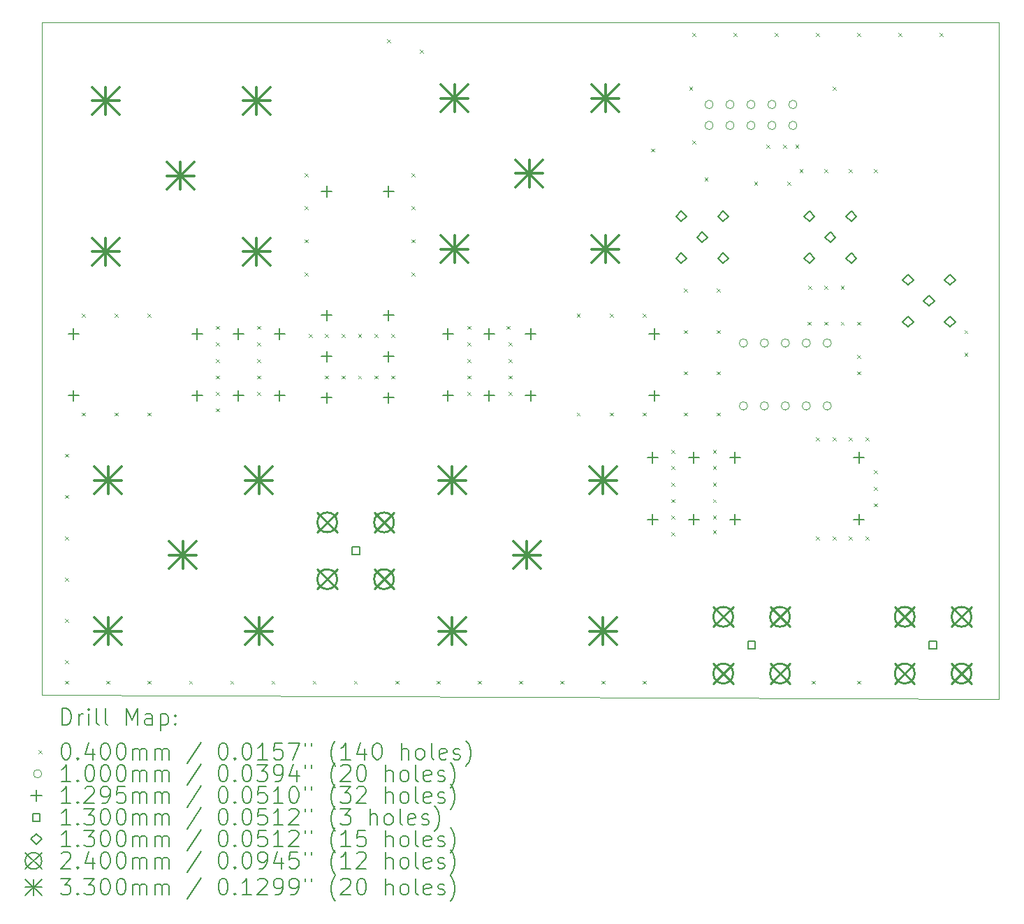
<source format=gbr>
%TF.GenerationSoftware,KiCad,Pcbnew,7.0.1*%
%TF.CreationDate,2023-05-14T23:30:54+02:00*%
%TF.ProjectId,K_relay,4b5f7265-6c61-4792-9e6b-696361645f70,rev?*%
%TF.SameCoordinates,Original*%
%TF.FileFunction,Drillmap*%
%TF.FilePolarity,Positive*%
%FSLAX45Y45*%
G04 Gerber Fmt 4.5, Leading zero omitted, Abs format (unit mm)*
G04 Created by KiCad (PCBNEW 7.0.1) date 2023-05-14 23:30:54*
%MOMM*%
%LPD*%
G01*
G04 APERTURE LIST*
%ADD10C,0.100000*%
%ADD11C,0.200000*%
%ADD12C,0.040000*%
%ADD13C,0.129540*%
%ADD14C,0.130000*%
%ADD15C,0.130048*%
%ADD16C,0.240000*%
%ADD17C,0.330000*%
G04 APERTURE END LIST*
D10*
X26800000Y-12450000D02*
X15200000Y-12400000D01*
X26800000Y-4250000D02*
X26800000Y-12450000D01*
X15200000Y-4250000D02*
X15200000Y-12400000D01*
X15200000Y-4250000D02*
X26800000Y-4250000D01*
D11*
D12*
X15480000Y-9480000D02*
X15520000Y-9520000D01*
X15520000Y-9480000D02*
X15480000Y-9520000D01*
X15480000Y-9980000D02*
X15520000Y-10020000D01*
X15520000Y-9980000D02*
X15480000Y-10020000D01*
X15480000Y-10480000D02*
X15520000Y-10520000D01*
X15520000Y-10480000D02*
X15480000Y-10520000D01*
X15480000Y-10980000D02*
X15520000Y-11020000D01*
X15520000Y-10980000D02*
X15480000Y-11020000D01*
X15480000Y-11480000D02*
X15520000Y-11520000D01*
X15520000Y-11480000D02*
X15480000Y-11520000D01*
X15480000Y-11980000D02*
X15520000Y-12020000D01*
X15520000Y-11980000D02*
X15480000Y-12020000D01*
X15480000Y-12230000D02*
X15520000Y-12270000D01*
X15520000Y-12230000D02*
X15480000Y-12270000D01*
X15680000Y-7780000D02*
X15720000Y-7820000D01*
X15720000Y-7780000D02*
X15680000Y-7820000D01*
X15680000Y-8980000D02*
X15720000Y-9020000D01*
X15720000Y-8980000D02*
X15680000Y-9020000D01*
X15980000Y-12230000D02*
X16020000Y-12270000D01*
X16020000Y-12230000D02*
X15980000Y-12270000D01*
X16080000Y-7780000D02*
X16120000Y-7820000D01*
X16120000Y-7780000D02*
X16080000Y-7820000D01*
X16080000Y-8980000D02*
X16120000Y-9020000D01*
X16120000Y-8980000D02*
X16080000Y-9020000D01*
X16480000Y-7780000D02*
X16520000Y-7820000D01*
X16520000Y-7780000D02*
X16480000Y-7820000D01*
X16480000Y-8980000D02*
X16520000Y-9020000D01*
X16520000Y-8980000D02*
X16480000Y-9020000D01*
X16480000Y-12230000D02*
X16520000Y-12270000D01*
X16520000Y-12230000D02*
X16480000Y-12270000D01*
X16980000Y-12230000D02*
X17020000Y-12270000D01*
X17020000Y-12230000D02*
X16980000Y-12270000D01*
X17305000Y-7930000D02*
X17345000Y-7970000D01*
X17345000Y-7930000D02*
X17305000Y-7970000D01*
X17305000Y-8130000D02*
X17345000Y-8170000D01*
X17345000Y-8130000D02*
X17305000Y-8170000D01*
X17305000Y-8330000D02*
X17345000Y-8370000D01*
X17345000Y-8330000D02*
X17305000Y-8370000D01*
X17305000Y-8530000D02*
X17345000Y-8570000D01*
X17345000Y-8530000D02*
X17305000Y-8570000D01*
X17305000Y-8730000D02*
X17345000Y-8770000D01*
X17345000Y-8730000D02*
X17305000Y-8770000D01*
X17305000Y-8930000D02*
X17345000Y-8970000D01*
X17345000Y-8930000D02*
X17305000Y-8970000D01*
X17480000Y-12230000D02*
X17520000Y-12270000D01*
X17520000Y-12230000D02*
X17480000Y-12270000D01*
X17805000Y-7930000D02*
X17845000Y-7970000D01*
X17845000Y-7930000D02*
X17805000Y-7970000D01*
X17805000Y-8130000D02*
X17845000Y-8170000D01*
X17845000Y-8130000D02*
X17805000Y-8170000D01*
X17805000Y-8330000D02*
X17845000Y-8370000D01*
X17845000Y-8330000D02*
X17805000Y-8370000D01*
X17805000Y-8530000D02*
X17845000Y-8570000D01*
X17845000Y-8530000D02*
X17805000Y-8570000D01*
X17805000Y-8730000D02*
X17845000Y-8770000D01*
X17845000Y-8730000D02*
X17805000Y-8770000D01*
X17980000Y-12230000D02*
X18020000Y-12270000D01*
X18020000Y-12230000D02*
X17980000Y-12270000D01*
X18380000Y-6080000D02*
X18420000Y-6120000D01*
X18420000Y-6080000D02*
X18380000Y-6120000D01*
X18380000Y-6480000D02*
X18420000Y-6520000D01*
X18420000Y-6480000D02*
X18380000Y-6520000D01*
X18380000Y-6880000D02*
X18420000Y-6920000D01*
X18420000Y-6880000D02*
X18380000Y-6920000D01*
X18380000Y-7280000D02*
X18420000Y-7320000D01*
X18420000Y-7280000D02*
X18380000Y-7320000D01*
X18430000Y-8030000D02*
X18470000Y-8070000D01*
X18470000Y-8030000D02*
X18430000Y-8070000D01*
X18480000Y-12230000D02*
X18520000Y-12270000D01*
X18520000Y-12230000D02*
X18480000Y-12270000D01*
X18630000Y-8030000D02*
X18670000Y-8070000D01*
X18670000Y-8030000D02*
X18630000Y-8070000D01*
X18630000Y-8530000D02*
X18670000Y-8570000D01*
X18670000Y-8530000D02*
X18630000Y-8570000D01*
X18830000Y-8030000D02*
X18870000Y-8070000D01*
X18870000Y-8030000D02*
X18830000Y-8070000D01*
X18830000Y-8530000D02*
X18870000Y-8570000D01*
X18870000Y-8530000D02*
X18830000Y-8570000D01*
X18980000Y-12230000D02*
X19020000Y-12270000D01*
X19020000Y-12230000D02*
X18980000Y-12270000D01*
X19030000Y-8030000D02*
X19070000Y-8070000D01*
X19070000Y-8030000D02*
X19030000Y-8070000D01*
X19030000Y-8530000D02*
X19070000Y-8570000D01*
X19070000Y-8530000D02*
X19030000Y-8570000D01*
X19230000Y-8030000D02*
X19270000Y-8070000D01*
X19270000Y-8030000D02*
X19230000Y-8070000D01*
X19230000Y-8530000D02*
X19270000Y-8570000D01*
X19270000Y-8530000D02*
X19230000Y-8570000D01*
X19380000Y-4455000D02*
X19420000Y-4495000D01*
X19420000Y-4455000D02*
X19380000Y-4495000D01*
X19430000Y-8030000D02*
X19470000Y-8070000D01*
X19470000Y-8030000D02*
X19430000Y-8070000D01*
X19430000Y-8530000D02*
X19470000Y-8570000D01*
X19470000Y-8530000D02*
X19430000Y-8570000D01*
X19480000Y-12230000D02*
X19520000Y-12270000D01*
X19520000Y-12230000D02*
X19480000Y-12270000D01*
X19680000Y-6080000D02*
X19720000Y-6120000D01*
X19720000Y-6080000D02*
X19680000Y-6120000D01*
X19680000Y-6480000D02*
X19720000Y-6520000D01*
X19720000Y-6480000D02*
X19680000Y-6520000D01*
X19680000Y-6880000D02*
X19720000Y-6920000D01*
X19720000Y-6880000D02*
X19680000Y-6920000D01*
X19680000Y-7280000D02*
X19720000Y-7320000D01*
X19720000Y-7280000D02*
X19680000Y-7320000D01*
X19780000Y-4580000D02*
X19820000Y-4620000D01*
X19820000Y-4580000D02*
X19780000Y-4620000D01*
X19980000Y-12230000D02*
X20020000Y-12270000D01*
X20020000Y-12230000D02*
X19980000Y-12270000D01*
X20355000Y-7930000D02*
X20395000Y-7970000D01*
X20395000Y-7930000D02*
X20355000Y-7970000D01*
X20355000Y-8130000D02*
X20395000Y-8170000D01*
X20395000Y-8130000D02*
X20355000Y-8170000D01*
X20355000Y-8330000D02*
X20395000Y-8370000D01*
X20395000Y-8330000D02*
X20355000Y-8370000D01*
X20355000Y-8530000D02*
X20395000Y-8570000D01*
X20395000Y-8530000D02*
X20355000Y-8570000D01*
X20355000Y-8730000D02*
X20395000Y-8770000D01*
X20395000Y-8730000D02*
X20355000Y-8770000D01*
X20480000Y-12230000D02*
X20520000Y-12270000D01*
X20520000Y-12230000D02*
X20480000Y-12270000D01*
X20830000Y-7930000D02*
X20870000Y-7970000D01*
X20870000Y-7930000D02*
X20830000Y-7970000D01*
X20855000Y-8130000D02*
X20895000Y-8170000D01*
X20895000Y-8130000D02*
X20855000Y-8170000D01*
X20855000Y-8330000D02*
X20895000Y-8370000D01*
X20895000Y-8330000D02*
X20855000Y-8370000D01*
X20855000Y-8530000D02*
X20895000Y-8570000D01*
X20895000Y-8530000D02*
X20855000Y-8570000D01*
X20855000Y-8730000D02*
X20895000Y-8770000D01*
X20895000Y-8730000D02*
X20855000Y-8770000D01*
X20980000Y-12230000D02*
X21020000Y-12270000D01*
X21020000Y-12230000D02*
X20980000Y-12270000D01*
X21480000Y-12230000D02*
X21520000Y-12270000D01*
X21520000Y-12230000D02*
X21480000Y-12270000D01*
X21680000Y-7780000D02*
X21720000Y-7820000D01*
X21720000Y-7780000D02*
X21680000Y-7820000D01*
X21680000Y-8980000D02*
X21720000Y-9020000D01*
X21720000Y-8980000D02*
X21680000Y-9020000D01*
X21980000Y-12230000D02*
X22020000Y-12270000D01*
X22020000Y-12230000D02*
X21980000Y-12270000D01*
X22080000Y-7780000D02*
X22120000Y-7820000D01*
X22120000Y-7780000D02*
X22080000Y-7820000D01*
X22080000Y-8980000D02*
X22120000Y-9020000D01*
X22120000Y-8980000D02*
X22080000Y-9020000D01*
X22480000Y-7780000D02*
X22520000Y-7820000D01*
X22520000Y-7780000D02*
X22480000Y-7820000D01*
X22480000Y-8980000D02*
X22520000Y-9020000D01*
X22520000Y-8980000D02*
X22480000Y-9020000D01*
X22480000Y-12230000D02*
X22520000Y-12270000D01*
X22520000Y-12230000D02*
X22480000Y-12270000D01*
X22580000Y-5780000D02*
X22620000Y-5820000D01*
X22620000Y-5780000D02*
X22580000Y-5820000D01*
X22830000Y-9430000D02*
X22870000Y-9470000D01*
X22870000Y-9430000D02*
X22830000Y-9470000D01*
X22830000Y-9630000D02*
X22870000Y-9670000D01*
X22870000Y-9630000D02*
X22830000Y-9670000D01*
X22830000Y-9830000D02*
X22870000Y-9870000D01*
X22870000Y-9830000D02*
X22830000Y-9870000D01*
X22830000Y-10030000D02*
X22870000Y-10070000D01*
X22870000Y-10030000D02*
X22830000Y-10070000D01*
X22830000Y-10230000D02*
X22870000Y-10270000D01*
X22870000Y-10230000D02*
X22830000Y-10270000D01*
X22830000Y-10430000D02*
X22870000Y-10470000D01*
X22870000Y-10430000D02*
X22830000Y-10470000D01*
X22980000Y-7480000D02*
X23020000Y-7520000D01*
X23020000Y-7480000D02*
X22980000Y-7520000D01*
X22980000Y-7980000D02*
X23020000Y-8020000D01*
X23020000Y-7980000D02*
X22980000Y-8020000D01*
X22980000Y-8480000D02*
X23020000Y-8520000D01*
X23020000Y-8480000D02*
X22980000Y-8520000D01*
X22980000Y-8980000D02*
X23020000Y-9020000D01*
X23020000Y-8980000D02*
X22980000Y-9020000D01*
X23043604Y-5030000D02*
X23083604Y-5070000D01*
X23083604Y-5030000D02*
X23043604Y-5070000D01*
X23080000Y-4380000D02*
X23120000Y-4420000D01*
X23120000Y-4380000D02*
X23080000Y-4420000D01*
X23080000Y-5680000D02*
X23120000Y-5720000D01*
X23120000Y-5680000D02*
X23080000Y-5720000D01*
X23230000Y-6130000D02*
X23270000Y-6170000D01*
X23270000Y-6130000D02*
X23230000Y-6170000D01*
X23330000Y-9430000D02*
X23370000Y-9470000D01*
X23370000Y-9430000D02*
X23330000Y-9470000D01*
X23330000Y-9630000D02*
X23370000Y-9670000D01*
X23370000Y-9630000D02*
X23330000Y-9670000D01*
X23330000Y-9830000D02*
X23370000Y-9870000D01*
X23370000Y-9830000D02*
X23330000Y-9870000D01*
X23330000Y-10030000D02*
X23370000Y-10070000D01*
X23370000Y-10030000D02*
X23330000Y-10070000D01*
X23330000Y-10230000D02*
X23370000Y-10270000D01*
X23370000Y-10230000D02*
X23330000Y-10270000D01*
X23330000Y-10405000D02*
X23370000Y-10445000D01*
X23370000Y-10405000D02*
X23330000Y-10445000D01*
X23380000Y-7480000D02*
X23420000Y-7520000D01*
X23420000Y-7480000D02*
X23380000Y-7520000D01*
X23380000Y-7980000D02*
X23420000Y-8020000D01*
X23420000Y-7980000D02*
X23380000Y-8020000D01*
X23380000Y-8480000D02*
X23420000Y-8520000D01*
X23420000Y-8480000D02*
X23380000Y-8520000D01*
X23380000Y-8980000D02*
X23420000Y-9020000D01*
X23420000Y-8980000D02*
X23380000Y-9020000D01*
X23580000Y-4380000D02*
X23620000Y-4420000D01*
X23620000Y-4380000D02*
X23580000Y-4420000D01*
X23830000Y-6180000D02*
X23870000Y-6220000D01*
X23870000Y-6180000D02*
X23830000Y-6220000D01*
X23980000Y-5730000D02*
X24020000Y-5770000D01*
X24020000Y-5730000D02*
X23980000Y-5770000D01*
X24080000Y-4380000D02*
X24120000Y-4420000D01*
X24120000Y-4380000D02*
X24080000Y-4420000D01*
X24180000Y-5730000D02*
X24220000Y-5770000D01*
X24220000Y-5730000D02*
X24180000Y-5770000D01*
X24230000Y-6180000D02*
X24270000Y-6220000D01*
X24270000Y-6180000D02*
X24230000Y-6220000D01*
X24330000Y-5730000D02*
X24370000Y-5770000D01*
X24370000Y-5730000D02*
X24330000Y-5770000D01*
X24380000Y-6030000D02*
X24420000Y-6070000D01*
X24420000Y-6030000D02*
X24380000Y-6070000D01*
X24480000Y-7880000D02*
X24520000Y-7920000D01*
X24520000Y-7880000D02*
X24480000Y-7920000D01*
X24486369Y-7445050D02*
X24526369Y-7485050D01*
X24526369Y-7445050D02*
X24486369Y-7485050D01*
X24530000Y-12230000D02*
X24570000Y-12270000D01*
X24570000Y-12230000D02*
X24530000Y-12270000D01*
X24580000Y-4380000D02*
X24620000Y-4420000D01*
X24620000Y-4380000D02*
X24580000Y-4420000D01*
X24580000Y-9280000D02*
X24620000Y-9320000D01*
X24620000Y-9280000D02*
X24580000Y-9320000D01*
X24580000Y-10480000D02*
X24620000Y-10520000D01*
X24620000Y-10480000D02*
X24580000Y-10520000D01*
X24680000Y-6030000D02*
X24720000Y-6070000D01*
X24720000Y-6030000D02*
X24680000Y-6070000D01*
X24680000Y-7445050D02*
X24720000Y-7485050D01*
X24720000Y-7445050D02*
X24680000Y-7485050D01*
X24680000Y-7880000D02*
X24720000Y-7920000D01*
X24720000Y-7880000D02*
X24680000Y-7920000D01*
X24780000Y-9280000D02*
X24820000Y-9320000D01*
X24820000Y-9280000D02*
X24780000Y-9320000D01*
X24780000Y-10480000D02*
X24820000Y-10520000D01*
X24820000Y-10480000D02*
X24780000Y-10520000D01*
X24780000Y-5030000D02*
X24820000Y-5070000D01*
X24820000Y-5030000D02*
X24780000Y-5070000D01*
X24880000Y-7445050D02*
X24920000Y-7485050D01*
X24920000Y-7445050D02*
X24880000Y-7485050D01*
X24880000Y-7880000D02*
X24920000Y-7920000D01*
X24920000Y-7880000D02*
X24880000Y-7920000D01*
X24980000Y-6030000D02*
X25020000Y-6070000D01*
X25020000Y-6030000D02*
X24980000Y-6070000D01*
X24980000Y-9280000D02*
X25020000Y-9320000D01*
X25020000Y-9280000D02*
X24980000Y-9320000D01*
X24980000Y-10480000D02*
X25020000Y-10520000D01*
X25020000Y-10480000D02*
X24980000Y-10520000D01*
X25080000Y-4380000D02*
X25120000Y-4420000D01*
X25120000Y-4380000D02*
X25080000Y-4420000D01*
X25080000Y-7880000D02*
X25120000Y-7920000D01*
X25120000Y-7880000D02*
X25080000Y-7920000D01*
X25080000Y-8280000D02*
X25120000Y-8320000D01*
X25120000Y-8280000D02*
X25080000Y-8320000D01*
X25080000Y-8480000D02*
X25120000Y-8520000D01*
X25120000Y-8480000D02*
X25080000Y-8520000D01*
X25080000Y-12230000D02*
X25120000Y-12270000D01*
X25120000Y-12230000D02*
X25080000Y-12270000D01*
X25180000Y-9280000D02*
X25220000Y-9320000D01*
X25220000Y-9280000D02*
X25180000Y-9320000D01*
X25180000Y-10480000D02*
X25220000Y-10520000D01*
X25220000Y-10480000D02*
X25180000Y-10520000D01*
X25280000Y-6030000D02*
X25320000Y-6070000D01*
X25320000Y-6030000D02*
X25280000Y-6070000D01*
X25280000Y-9680000D02*
X25320000Y-9720000D01*
X25320000Y-9680000D02*
X25280000Y-9720000D01*
X25280000Y-9880000D02*
X25320000Y-9920000D01*
X25320000Y-9880000D02*
X25280000Y-9920000D01*
X25280000Y-10080000D02*
X25320000Y-10120000D01*
X25320000Y-10080000D02*
X25280000Y-10120000D01*
X25580000Y-4380000D02*
X25620000Y-4420000D01*
X25620000Y-4380000D02*
X25580000Y-4420000D01*
X26080000Y-4380000D02*
X26120000Y-4420000D01*
X26120000Y-4380000D02*
X26080000Y-4420000D01*
X26380000Y-7980000D02*
X26420000Y-8020000D01*
X26420000Y-7980000D02*
X26380000Y-8020000D01*
X26380000Y-8255000D02*
X26420000Y-8295000D01*
X26420000Y-8255000D02*
X26380000Y-8295000D01*
D10*
X23334000Y-5246000D02*
G75*
G03*
X23334000Y-5246000I-50000J0D01*
G01*
X23334000Y-5500000D02*
G75*
G03*
X23334000Y-5500000I-50000J0D01*
G01*
X23588000Y-5246000D02*
G75*
G03*
X23588000Y-5246000I-50000J0D01*
G01*
X23588000Y-5500000D02*
G75*
G03*
X23588000Y-5500000I-50000J0D01*
G01*
X23750000Y-8138000D02*
G75*
G03*
X23750000Y-8138000I-50000J0D01*
G01*
X23750000Y-8900000D02*
G75*
G03*
X23750000Y-8900000I-50000J0D01*
G01*
X23842000Y-5246000D02*
G75*
G03*
X23842000Y-5246000I-50000J0D01*
G01*
X23842000Y-5500000D02*
G75*
G03*
X23842000Y-5500000I-50000J0D01*
G01*
X24004000Y-8138000D02*
G75*
G03*
X24004000Y-8138000I-50000J0D01*
G01*
X24004000Y-8900000D02*
G75*
G03*
X24004000Y-8900000I-50000J0D01*
G01*
X24096000Y-5246000D02*
G75*
G03*
X24096000Y-5246000I-50000J0D01*
G01*
X24096000Y-5500000D02*
G75*
G03*
X24096000Y-5500000I-50000J0D01*
G01*
X24258000Y-8138000D02*
G75*
G03*
X24258000Y-8138000I-50000J0D01*
G01*
X24258000Y-8900000D02*
G75*
G03*
X24258000Y-8900000I-50000J0D01*
G01*
X24350000Y-5246000D02*
G75*
G03*
X24350000Y-5246000I-50000J0D01*
G01*
X24350000Y-5500000D02*
G75*
G03*
X24350000Y-5500000I-50000J0D01*
G01*
X24512000Y-8138000D02*
G75*
G03*
X24512000Y-8138000I-50000J0D01*
G01*
X24512000Y-8900000D02*
G75*
G03*
X24512000Y-8900000I-50000J0D01*
G01*
X24766000Y-8138000D02*
G75*
G03*
X24766000Y-8138000I-50000J0D01*
G01*
X24766000Y-8900000D02*
G75*
G03*
X24766000Y-8900000I-50000J0D01*
G01*
D13*
X15580000Y-7960230D02*
X15580000Y-8089770D01*
X15515230Y-8025000D02*
X15644770Y-8025000D01*
X15580000Y-8710230D02*
X15580000Y-8839770D01*
X15515230Y-8775000D02*
X15644770Y-8775000D01*
X17080000Y-7960230D02*
X17080000Y-8089770D01*
X17015230Y-8025000D02*
X17144770Y-8025000D01*
X17080000Y-8710230D02*
X17080000Y-8839770D01*
X17015230Y-8775000D02*
X17144770Y-8775000D01*
X17580001Y-7960230D02*
X17580001Y-8089770D01*
X17515231Y-8025000D02*
X17644771Y-8025000D01*
X17580001Y-8710230D02*
X17580001Y-8839770D01*
X17515231Y-8775000D02*
X17644771Y-8775000D01*
X18080001Y-7960230D02*
X18080001Y-8089770D01*
X18015231Y-8025000D02*
X18144771Y-8025000D01*
X18080001Y-8710230D02*
X18080001Y-8839770D01*
X18015231Y-8775000D02*
X18144771Y-8775000D01*
X18650000Y-6235230D02*
X18650000Y-6364770D01*
X18585230Y-6300000D02*
X18714770Y-6300000D01*
X18650000Y-7735230D02*
X18650000Y-7864770D01*
X18585230Y-7800000D02*
X18714770Y-7800000D01*
X18650000Y-8235230D02*
X18650000Y-8364770D01*
X18585230Y-8300000D02*
X18714770Y-8300000D01*
X18650000Y-8735230D02*
X18650000Y-8864770D01*
X18585230Y-8800000D02*
X18714770Y-8800000D01*
X19400000Y-6235230D02*
X19400000Y-6364770D01*
X19335230Y-6300000D02*
X19464770Y-6300000D01*
X19400000Y-7735230D02*
X19400000Y-7864770D01*
X19335230Y-7800000D02*
X19464770Y-7800000D01*
X19400000Y-8235230D02*
X19400000Y-8364770D01*
X19335230Y-8300000D02*
X19464770Y-8300000D01*
X19400000Y-8735230D02*
X19400000Y-8864770D01*
X19335230Y-8800000D02*
X19464770Y-8800000D01*
X20120000Y-7960230D02*
X20120000Y-8089770D01*
X20055230Y-8025000D02*
X20184770Y-8025000D01*
X20120000Y-8710230D02*
X20120000Y-8839770D01*
X20055230Y-8775000D02*
X20184770Y-8775000D01*
X20620000Y-7960230D02*
X20620000Y-8089770D01*
X20555230Y-8025000D02*
X20684770Y-8025000D01*
X20620000Y-8710230D02*
X20620000Y-8839770D01*
X20555230Y-8775000D02*
X20684770Y-8775000D01*
X21120000Y-7960230D02*
X21120000Y-8089770D01*
X21055230Y-8025000D02*
X21184770Y-8025000D01*
X21120000Y-8710230D02*
X21120000Y-8839770D01*
X21055230Y-8775000D02*
X21184770Y-8775000D01*
X22600000Y-9460230D02*
X22600000Y-9589770D01*
X22535230Y-9525000D02*
X22664770Y-9525000D01*
X22600000Y-10210230D02*
X22600000Y-10339770D01*
X22535230Y-10275000D02*
X22664770Y-10275000D01*
X22620000Y-7960230D02*
X22620000Y-8089770D01*
X22555230Y-8025000D02*
X22684770Y-8025000D01*
X22620000Y-8710230D02*
X22620000Y-8839770D01*
X22555230Y-8775000D02*
X22684770Y-8775000D01*
X23100000Y-9460230D02*
X23100000Y-9589770D01*
X23035230Y-9525000D02*
X23164770Y-9525000D01*
X23100000Y-10210230D02*
X23100000Y-10339770D01*
X23035230Y-10275000D02*
X23164770Y-10275000D01*
X23600000Y-9460230D02*
X23600000Y-9589770D01*
X23535230Y-9525000D02*
X23664770Y-9525000D01*
X23600000Y-10210230D02*
X23600000Y-10339770D01*
X23535230Y-10275000D02*
X23664770Y-10275000D01*
X25100000Y-9460230D02*
X25100000Y-9589770D01*
X25035230Y-9525000D02*
X25164770Y-9525000D01*
X25100000Y-10210230D02*
X25100000Y-10339770D01*
X25035230Y-10275000D02*
X25164770Y-10275000D01*
D14*
X19045962Y-10701962D02*
X19045962Y-10610038D01*
X18954038Y-10610038D01*
X18954038Y-10701962D01*
X19045962Y-10701962D01*
X23845962Y-11845962D02*
X23845962Y-11754038D01*
X23754038Y-11754038D01*
X23754038Y-11845962D01*
X23845962Y-11845962D01*
X26045962Y-11845962D02*
X26045962Y-11754038D01*
X25954038Y-11754038D01*
X25954038Y-11845962D01*
X26045962Y-11845962D01*
D15*
X22946000Y-6665024D02*
X23011024Y-6600000D01*
X22946000Y-6534976D01*
X22880976Y-6600000D01*
X22946000Y-6665024D01*
X22946000Y-7173024D02*
X23011024Y-7108000D01*
X22946000Y-7042976D01*
X22880976Y-7108000D01*
X22946000Y-7173024D01*
X23200000Y-6919024D02*
X23265024Y-6854000D01*
X23200000Y-6788976D01*
X23134976Y-6854000D01*
X23200000Y-6919024D01*
X23454000Y-6665024D02*
X23519024Y-6600000D01*
X23454000Y-6534976D01*
X23388976Y-6600000D01*
X23454000Y-6665024D01*
X23454000Y-7173024D02*
X23519024Y-7108000D01*
X23454000Y-7042976D01*
X23388976Y-7108000D01*
X23454000Y-7173024D01*
X24500000Y-6665024D02*
X24565024Y-6600000D01*
X24500000Y-6534976D01*
X24434976Y-6600000D01*
X24500000Y-6665024D01*
X24500000Y-7173024D02*
X24565024Y-7108000D01*
X24500000Y-7042976D01*
X24434976Y-7108000D01*
X24500000Y-7173024D01*
X24754000Y-6919024D02*
X24819024Y-6854000D01*
X24754000Y-6788976D01*
X24688976Y-6854000D01*
X24754000Y-6919024D01*
X25008000Y-6665024D02*
X25073024Y-6600000D01*
X25008000Y-6534976D01*
X24942976Y-6600000D01*
X25008000Y-6665024D01*
X25008000Y-7173024D02*
X25073024Y-7108000D01*
X25008000Y-7042976D01*
X24942976Y-7108000D01*
X25008000Y-7173024D01*
X25696000Y-7436024D02*
X25761024Y-7371000D01*
X25696000Y-7305976D01*
X25630976Y-7371000D01*
X25696000Y-7436024D01*
X25696000Y-7944024D02*
X25761024Y-7879000D01*
X25696000Y-7813976D01*
X25630976Y-7879000D01*
X25696000Y-7944024D01*
X25950000Y-7690024D02*
X26015024Y-7625000D01*
X25950000Y-7559976D01*
X25884976Y-7625000D01*
X25950000Y-7690024D01*
X26204000Y-7436024D02*
X26269024Y-7371000D01*
X26204000Y-7305976D01*
X26138976Y-7371000D01*
X26204000Y-7436024D01*
X26204000Y-7944024D02*
X26269024Y-7879000D01*
X26204000Y-7813976D01*
X26138976Y-7879000D01*
X26204000Y-7944024D01*
D16*
X18536000Y-10192000D02*
X18776000Y-10432000D01*
X18776000Y-10192000D02*
X18536000Y-10432000D01*
X18776000Y-10312000D02*
G75*
G03*
X18776000Y-10312000I-120000J0D01*
G01*
X18536000Y-10880000D02*
X18776000Y-11120000D01*
X18776000Y-10880000D02*
X18536000Y-11120000D01*
X18776000Y-11000000D02*
G75*
G03*
X18776000Y-11000000I-120000J0D01*
G01*
X19224000Y-10192000D02*
X19464000Y-10432000D01*
X19464000Y-10192000D02*
X19224000Y-10432000D01*
X19464000Y-10312000D02*
G75*
G03*
X19464000Y-10312000I-120000J0D01*
G01*
X19224000Y-10880000D02*
X19464000Y-11120000D01*
X19464000Y-10880000D02*
X19224000Y-11120000D01*
X19464000Y-11000000D02*
G75*
G03*
X19464000Y-11000000I-120000J0D01*
G01*
X23336000Y-11336000D02*
X23576000Y-11576000D01*
X23576000Y-11336000D02*
X23336000Y-11576000D01*
X23576000Y-11456000D02*
G75*
G03*
X23576000Y-11456000I-120000J0D01*
G01*
X23336000Y-12024000D02*
X23576000Y-12264000D01*
X23576000Y-12024000D02*
X23336000Y-12264000D01*
X23576000Y-12144000D02*
G75*
G03*
X23576000Y-12144000I-120000J0D01*
G01*
X24024000Y-11336000D02*
X24264000Y-11576000D01*
X24264000Y-11336000D02*
X24024000Y-11576000D01*
X24264000Y-11456000D02*
G75*
G03*
X24264000Y-11456000I-120000J0D01*
G01*
X24024000Y-12024000D02*
X24264000Y-12264000D01*
X24264000Y-12024000D02*
X24024000Y-12264000D01*
X24264000Y-12144000D02*
G75*
G03*
X24264000Y-12144000I-120000J0D01*
G01*
X25536000Y-11336000D02*
X25776000Y-11576000D01*
X25776000Y-11336000D02*
X25536000Y-11576000D01*
X25776000Y-11456000D02*
G75*
G03*
X25776000Y-11456000I-120000J0D01*
G01*
X25536000Y-12024000D02*
X25776000Y-12264000D01*
X25776000Y-12024000D02*
X25536000Y-12264000D01*
X25776000Y-12144000D02*
G75*
G03*
X25776000Y-12144000I-120000J0D01*
G01*
X26224000Y-11336000D02*
X26464000Y-11576000D01*
X26464000Y-11336000D02*
X26224000Y-11576000D01*
X26464000Y-11456000D02*
G75*
G03*
X26464000Y-11456000I-120000J0D01*
G01*
X26224000Y-12024000D02*
X26464000Y-12264000D01*
X26464000Y-12024000D02*
X26224000Y-12264000D01*
X26464000Y-12144000D02*
G75*
G03*
X26464000Y-12144000I-120000J0D01*
G01*
D17*
X15806200Y-5035000D02*
X16136200Y-5365000D01*
X16136200Y-5035000D02*
X15806200Y-5365000D01*
X15971200Y-5035000D02*
X15971200Y-5365000D01*
X15806200Y-5200000D02*
X16136200Y-5200000D01*
X15806200Y-6863800D02*
X16136200Y-7193800D01*
X16136200Y-6863800D02*
X15806200Y-7193800D01*
X15971200Y-6863800D02*
X15971200Y-7193800D01*
X15806200Y-7028800D02*
X16136200Y-7028800D01*
X15835000Y-9635000D02*
X16165000Y-9965000D01*
X16165000Y-9635000D02*
X15835000Y-9965000D01*
X16000000Y-9635000D02*
X16000000Y-9965000D01*
X15835000Y-9800000D02*
X16165000Y-9800000D01*
X15835000Y-11463800D02*
X16165000Y-11793800D01*
X16165000Y-11463800D02*
X15835000Y-11793800D01*
X16000000Y-11463800D02*
X16000000Y-11793800D01*
X15835000Y-11628800D02*
X16165000Y-11628800D01*
X16709800Y-5944600D02*
X17039800Y-6274600D01*
X17039800Y-5944600D02*
X16709800Y-6274600D01*
X16874800Y-5944600D02*
X16874800Y-6274600D01*
X16709800Y-6109600D02*
X17039800Y-6109600D01*
X16738600Y-10544600D02*
X17068600Y-10874600D01*
X17068600Y-10544600D02*
X16738600Y-10874600D01*
X16903600Y-10544600D02*
X16903600Y-10874600D01*
X16738600Y-10709600D02*
X17068600Y-10709600D01*
X17635000Y-5035000D02*
X17965000Y-5365000D01*
X17965000Y-5035000D02*
X17635000Y-5365000D01*
X17800000Y-5035000D02*
X17800000Y-5365000D01*
X17635000Y-5200000D02*
X17965000Y-5200000D01*
X17635000Y-6863800D02*
X17965000Y-7193800D01*
X17965000Y-6863800D02*
X17635000Y-7193800D01*
X17800000Y-6863800D02*
X17800000Y-7193800D01*
X17635000Y-7028800D02*
X17965000Y-7028800D01*
X17663800Y-9635000D02*
X17993800Y-9965000D01*
X17993800Y-9635000D02*
X17663800Y-9965000D01*
X17828800Y-9635000D02*
X17828800Y-9965000D01*
X17663800Y-9800000D02*
X17993800Y-9800000D01*
X17663800Y-11463800D02*
X17993800Y-11793800D01*
X17993800Y-11463800D02*
X17663800Y-11793800D01*
X17828800Y-11463800D02*
X17828800Y-11793800D01*
X17663800Y-11628800D02*
X17993800Y-11628800D01*
X20006200Y-9635000D02*
X20336200Y-9965000D01*
X20336200Y-9635000D02*
X20006200Y-9965000D01*
X20171200Y-9635000D02*
X20171200Y-9965000D01*
X20006200Y-9800000D02*
X20336200Y-9800000D01*
X20006200Y-11463800D02*
X20336200Y-11793800D01*
X20336200Y-11463800D02*
X20006200Y-11793800D01*
X20171200Y-11463800D02*
X20171200Y-11793800D01*
X20006200Y-11628800D02*
X20336200Y-11628800D01*
X20035000Y-5006200D02*
X20365000Y-5336200D01*
X20365000Y-5006200D02*
X20035000Y-5336200D01*
X20200000Y-5006200D02*
X20200000Y-5336200D01*
X20035000Y-5171200D02*
X20365000Y-5171200D01*
X20035000Y-6835000D02*
X20365000Y-7165000D01*
X20365000Y-6835000D02*
X20035000Y-7165000D01*
X20200000Y-6835000D02*
X20200000Y-7165000D01*
X20035000Y-7000000D02*
X20365000Y-7000000D01*
X20909800Y-10544600D02*
X21239800Y-10874600D01*
X21239800Y-10544600D02*
X20909800Y-10874600D01*
X21074800Y-10544600D02*
X21074800Y-10874600D01*
X20909800Y-10709600D02*
X21239800Y-10709600D01*
X20938600Y-5915800D02*
X21268600Y-6245800D01*
X21268600Y-5915800D02*
X20938600Y-6245800D01*
X21103600Y-5915800D02*
X21103600Y-6245800D01*
X20938600Y-6080800D02*
X21268600Y-6080800D01*
X21835000Y-9635000D02*
X22165000Y-9965000D01*
X22165000Y-9635000D02*
X21835000Y-9965000D01*
X22000000Y-9635000D02*
X22000000Y-9965000D01*
X21835000Y-9800000D02*
X22165000Y-9800000D01*
X21835000Y-11463800D02*
X22165000Y-11793800D01*
X22165000Y-11463800D02*
X21835000Y-11793800D01*
X22000000Y-11463800D02*
X22000000Y-11793800D01*
X21835000Y-11628800D02*
X22165000Y-11628800D01*
X21863800Y-5006200D02*
X22193800Y-5336200D01*
X22193800Y-5006200D02*
X21863800Y-5336200D01*
X22028800Y-5006200D02*
X22028800Y-5336200D01*
X21863800Y-5171200D02*
X22193800Y-5171200D01*
X21863800Y-6835000D02*
X22193800Y-7165000D01*
X22193800Y-6835000D02*
X21863800Y-7165000D01*
X22028800Y-6835000D02*
X22028800Y-7165000D01*
X21863800Y-7000000D02*
X22193800Y-7000000D01*
D11*
X15442619Y-12767524D02*
X15442619Y-12567524D01*
X15442619Y-12567524D02*
X15490238Y-12567524D01*
X15490238Y-12567524D02*
X15518809Y-12577048D01*
X15518809Y-12577048D02*
X15537857Y-12596095D01*
X15537857Y-12596095D02*
X15547381Y-12615143D01*
X15547381Y-12615143D02*
X15556905Y-12653238D01*
X15556905Y-12653238D02*
X15556905Y-12681809D01*
X15556905Y-12681809D02*
X15547381Y-12719905D01*
X15547381Y-12719905D02*
X15537857Y-12738952D01*
X15537857Y-12738952D02*
X15518809Y-12758000D01*
X15518809Y-12758000D02*
X15490238Y-12767524D01*
X15490238Y-12767524D02*
X15442619Y-12767524D01*
X15642619Y-12767524D02*
X15642619Y-12634190D01*
X15642619Y-12672286D02*
X15652143Y-12653238D01*
X15652143Y-12653238D02*
X15661667Y-12643714D01*
X15661667Y-12643714D02*
X15680714Y-12634190D01*
X15680714Y-12634190D02*
X15699762Y-12634190D01*
X15766428Y-12767524D02*
X15766428Y-12634190D01*
X15766428Y-12567524D02*
X15756905Y-12577048D01*
X15756905Y-12577048D02*
X15766428Y-12586571D01*
X15766428Y-12586571D02*
X15775952Y-12577048D01*
X15775952Y-12577048D02*
X15766428Y-12567524D01*
X15766428Y-12567524D02*
X15766428Y-12586571D01*
X15890238Y-12767524D02*
X15871190Y-12758000D01*
X15871190Y-12758000D02*
X15861667Y-12738952D01*
X15861667Y-12738952D02*
X15861667Y-12567524D01*
X15995000Y-12767524D02*
X15975952Y-12758000D01*
X15975952Y-12758000D02*
X15966428Y-12738952D01*
X15966428Y-12738952D02*
X15966428Y-12567524D01*
X16223571Y-12767524D02*
X16223571Y-12567524D01*
X16223571Y-12567524D02*
X16290238Y-12710381D01*
X16290238Y-12710381D02*
X16356905Y-12567524D01*
X16356905Y-12567524D02*
X16356905Y-12767524D01*
X16537857Y-12767524D02*
X16537857Y-12662762D01*
X16537857Y-12662762D02*
X16528333Y-12643714D01*
X16528333Y-12643714D02*
X16509286Y-12634190D01*
X16509286Y-12634190D02*
X16471190Y-12634190D01*
X16471190Y-12634190D02*
X16452143Y-12643714D01*
X16537857Y-12758000D02*
X16518809Y-12767524D01*
X16518809Y-12767524D02*
X16471190Y-12767524D01*
X16471190Y-12767524D02*
X16452143Y-12758000D01*
X16452143Y-12758000D02*
X16442619Y-12738952D01*
X16442619Y-12738952D02*
X16442619Y-12719905D01*
X16442619Y-12719905D02*
X16452143Y-12700857D01*
X16452143Y-12700857D02*
X16471190Y-12691333D01*
X16471190Y-12691333D02*
X16518809Y-12691333D01*
X16518809Y-12691333D02*
X16537857Y-12681809D01*
X16633095Y-12634190D02*
X16633095Y-12834190D01*
X16633095Y-12643714D02*
X16652143Y-12634190D01*
X16652143Y-12634190D02*
X16690238Y-12634190D01*
X16690238Y-12634190D02*
X16709286Y-12643714D01*
X16709286Y-12643714D02*
X16718809Y-12653238D01*
X16718809Y-12653238D02*
X16728333Y-12672286D01*
X16728333Y-12672286D02*
X16728333Y-12729428D01*
X16728333Y-12729428D02*
X16718809Y-12748476D01*
X16718809Y-12748476D02*
X16709286Y-12758000D01*
X16709286Y-12758000D02*
X16690238Y-12767524D01*
X16690238Y-12767524D02*
X16652143Y-12767524D01*
X16652143Y-12767524D02*
X16633095Y-12758000D01*
X16814048Y-12748476D02*
X16823571Y-12758000D01*
X16823571Y-12758000D02*
X16814048Y-12767524D01*
X16814048Y-12767524D02*
X16804524Y-12758000D01*
X16804524Y-12758000D02*
X16814048Y-12748476D01*
X16814048Y-12748476D02*
X16814048Y-12767524D01*
X16814048Y-12643714D02*
X16823571Y-12653238D01*
X16823571Y-12653238D02*
X16814048Y-12662762D01*
X16814048Y-12662762D02*
X16804524Y-12653238D01*
X16804524Y-12653238D02*
X16814048Y-12643714D01*
X16814048Y-12643714D02*
X16814048Y-12662762D01*
D12*
X15155000Y-13075000D02*
X15195000Y-13115000D01*
X15195000Y-13075000D02*
X15155000Y-13115000D01*
D11*
X15480714Y-12987524D02*
X15499762Y-12987524D01*
X15499762Y-12987524D02*
X15518809Y-12997048D01*
X15518809Y-12997048D02*
X15528333Y-13006571D01*
X15528333Y-13006571D02*
X15537857Y-13025619D01*
X15537857Y-13025619D02*
X15547381Y-13063714D01*
X15547381Y-13063714D02*
X15547381Y-13111333D01*
X15547381Y-13111333D02*
X15537857Y-13149428D01*
X15537857Y-13149428D02*
X15528333Y-13168476D01*
X15528333Y-13168476D02*
X15518809Y-13178000D01*
X15518809Y-13178000D02*
X15499762Y-13187524D01*
X15499762Y-13187524D02*
X15480714Y-13187524D01*
X15480714Y-13187524D02*
X15461667Y-13178000D01*
X15461667Y-13178000D02*
X15452143Y-13168476D01*
X15452143Y-13168476D02*
X15442619Y-13149428D01*
X15442619Y-13149428D02*
X15433095Y-13111333D01*
X15433095Y-13111333D02*
X15433095Y-13063714D01*
X15433095Y-13063714D02*
X15442619Y-13025619D01*
X15442619Y-13025619D02*
X15452143Y-13006571D01*
X15452143Y-13006571D02*
X15461667Y-12997048D01*
X15461667Y-12997048D02*
X15480714Y-12987524D01*
X15633095Y-13168476D02*
X15642619Y-13178000D01*
X15642619Y-13178000D02*
X15633095Y-13187524D01*
X15633095Y-13187524D02*
X15623571Y-13178000D01*
X15623571Y-13178000D02*
X15633095Y-13168476D01*
X15633095Y-13168476D02*
X15633095Y-13187524D01*
X15814048Y-13054190D02*
X15814048Y-13187524D01*
X15766428Y-12978000D02*
X15718809Y-13120857D01*
X15718809Y-13120857D02*
X15842619Y-13120857D01*
X15956905Y-12987524D02*
X15975952Y-12987524D01*
X15975952Y-12987524D02*
X15995000Y-12997048D01*
X15995000Y-12997048D02*
X16004524Y-13006571D01*
X16004524Y-13006571D02*
X16014048Y-13025619D01*
X16014048Y-13025619D02*
X16023571Y-13063714D01*
X16023571Y-13063714D02*
X16023571Y-13111333D01*
X16023571Y-13111333D02*
X16014048Y-13149428D01*
X16014048Y-13149428D02*
X16004524Y-13168476D01*
X16004524Y-13168476D02*
X15995000Y-13178000D01*
X15995000Y-13178000D02*
X15975952Y-13187524D01*
X15975952Y-13187524D02*
X15956905Y-13187524D01*
X15956905Y-13187524D02*
X15937857Y-13178000D01*
X15937857Y-13178000D02*
X15928333Y-13168476D01*
X15928333Y-13168476D02*
X15918809Y-13149428D01*
X15918809Y-13149428D02*
X15909286Y-13111333D01*
X15909286Y-13111333D02*
X15909286Y-13063714D01*
X15909286Y-13063714D02*
X15918809Y-13025619D01*
X15918809Y-13025619D02*
X15928333Y-13006571D01*
X15928333Y-13006571D02*
X15937857Y-12997048D01*
X15937857Y-12997048D02*
X15956905Y-12987524D01*
X16147381Y-12987524D02*
X16166429Y-12987524D01*
X16166429Y-12987524D02*
X16185476Y-12997048D01*
X16185476Y-12997048D02*
X16195000Y-13006571D01*
X16195000Y-13006571D02*
X16204524Y-13025619D01*
X16204524Y-13025619D02*
X16214048Y-13063714D01*
X16214048Y-13063714D02*
X16214048Y-13111333D01*
X16214048Y-13111333D02*
X16204524Y-13149428D01*
X16204524Y-13149428D02*
X16195000Y-13168476D01*
X16195000Y-13168476D02*
X16185476Y-13178000D01*
X16185476Y-13178000D02*
X16166429Y-13187524D01*
X16166429Y-13187524D02*
X16147381Y-13187524D01*
X16147381Y-13187524D02*
X16128333Y-13178000D01*
X16128333Y-13178000D02*
X16118809Y-13168476D01*
X16118809Y-13168476D02*
X16109286Y-13149428D01*
X16109286Y-13149428D02*
X16099762Y-13111333D01*
X16099762Y-13111333D02*
X16099762Y-13063714D01*
X16099762Y-13063714D02*
X16109286Y-13025619D01*
X16109286Y-13025619D02*
X16118809Y-13006571D01*
X16118809Y-13006571D02*
X16128333Y-12997048D01*
X16128333Y-12997048D02*
X16147381Y-12987524D01*
X16299762Y-13187524D02*
X16299762Y-13054190D01*
X16299762Y-13073238D02*
X16309286Y-13063714D01*
X16309286Y-13063714D02*
X16328333Y-13054190D01*
X16328333Y-13054190D02*
X16356905Y-13054190D01*
X16356905Y-13054190D02*
X16375952Y-13063714D01*
X16375952Y-13063714D02*
X16385476Y-13082762D01*
X16385476Y-13082762D02*
X16385476Y-13187524D01*
X16385476Y-13082762D02*
X16395000Y-13063714D01*
X16395000Y-13063714D02*
X16414048Y-13054190D01*
X16414048Y-13054190D02*
X16442619Y-13054190D01*
X16442619Y-13054190D02*
X16461667Y-13063714D01*
X16461667Y-13063714D02*
X16471190Y-13082762D01*
X16471190Y-13082762D02*
X16471190Y-13187524D01*
X16566429Y-13187524D02*
X16566429Y-13054190D01*
X16566429Y-13073238D02*
X16575952Y-13063714D01*
X16575952Y-13063714D02*
X16595000Y-13054190D01*
X16595000Y-13054190D02*
X16623571Y-13054190D01*
X16623571Y-13054190D02*
X16642619Y-13063714D01*
X16642619Y-13063714D02*
X16652143Y-13082762D01*
X16652143Y-13082762D02*
X16652143Y-13187524D01*
X16652143Y-13082762D02*
X16661667Y-13063714D01*
X16661667Y-13063714D02*
X16680714Y-13054190D01*
X16680714Y-13054190D02*
X16709286Y-13054190D01*
X16709286Y-13054190D02*
X16728333Y-13063714D01*
X16728333Y-13063714D02*
X16737857Y-13082762D01*
X16737857Y-13082762D02*
X16737857Y-13187524D01*
X17128333Y-12978000D02*
X16956905Y-13235143D01*
X17385476Y-12987524D02*
X17404524Y-12987524D01*
X17404524Y-12987524D02*
X17423572Y-12997048D01*
X17423572Y-12997048D02*
X17433095Y-13006571D01*
X17433095Y-13006571D02*
X17442619Y-13025619D01*
X17442619Y-13025619D02*
X17452143Y-13063714D01*
X17452143Y-13063714D02*
X17452143Y-13111333D01*
X17452143Y-13111333D02*
X17442619Y-13149428D01*
X17442619Y-13149428D02*
X17433095Y-13168476D01*
X17433095Y-13168476D02*
X17423572Y-13178000D01*
X17423572Y-13178000D02*
X17404524Y-13187524D01*
X17404524Y-13187524D02*
X17385476Y-13187524D01*
X17385476Y-13187524D02*
X17366429Y-13178000D01*
X17366429Y-13178000D02*
X17356905Y-13168476D01*
X17356905Y-13168476D02*
X17347381Y-13149428D01*
X17347381Y-13149428D02*
X17337857Y-13111333D01*
X17337857Y-13111333D02*
X17337857Y-13063714D01*
X17337857Y-13063714D02*
X17347381Y-13025619D01*
X17347381Y-13025619D02*
X17356905Y-13006571D01*
X17356905Y-13006571D02*
X17366429Y-12997048D01*
X17366429Y-12997048D02*
X17385476Y-12987524D01*
X17537857Y-13168476D02*
X17547381Y-13178000D01*
X17547381Y-13178000D02*
X17537857Y-13187524D01*
X17537857Y-13187524D02*
X17528334Y-13178000D01*
X17528334Y-13178000D02*
X17537857Y-13168476D01*
X17537857Y-13168476D02*
X17537857Y-13187524D01*
X17671191Y-12987524D02*
X17690238Y-12987524D01*
X17690238Y-12987524D02*
X17709286Y-12997048D01*
X17709286Y-12997048D02*
X17718810Y-13006571D01*
X17718810Y-13006571D02*
X17728334Y-13025619D01*
X17728334Y-13025619D02*
X17737857Y-13063714D01*
X17737857Y-13063714D02*
X17737857Y-13111333D01*
X17737857Y-13111333D02*
X17728334Y-13149428D01*
X17728334Y-13149428D02*
X17718810Y-13168476D01*
X17718810Y-13168476D02*
X17709286Y-13178000D01*
X17709286Y-13178000D02*
X17690238Y-13187524D01*
X17690238Y-13187524D02*
X17671191Y-13187524D01*
X17671191Y-13187524D02*
X17652143Y-13178000D01*
X17652143Y-13178000D02*
X17642619Y-13168476D01*
X17642619Y-13168476D02*
X17633095Y-13149428D01*
X17633095Y-13149428D02*
X17623572Y-13111333D01*
X17623572Y-13111333D02*
X17623572Y-13063714D01*
X17623572Y-13063714D02*
X17633095Y-13025619D01*
X17633095Y-13025619D02*
X17642619Y-13006571D01*
X17642619Y-13006571D02*
X17652143Y-12997048D01*
X17652143Y-12997048D02*
X17671191Y-12987524D01*
X17928334Y-13187524D02*
X17814048Y-13187524D01*
X17871191Y-13187524D02*
X17871191Y-12987524D01*
X17871191Y-12987524D02*
X17852143Y-13016095D01*
X17852143Y-13016095D02*
X17833095Y-13035143D01*
X17833095Y-13035143D02*
X17814048Y-13044667D01*
X18109286Y-12987524D02*
X18014048Y-12987524D01*
X18014048Y-12987524D02*
X18004524Y-13082762D01*
X18004524Y-13082762D02*
X18014048Y-13073238D01*
X18014048Y-13073238D02*
X18033095Y-13063714D01*
X18033095Y-13063714D02*
X18080715Y-13063714D01*
X18080715Y-13063714D02*
X18099762Y-13073238D01*
X18099762Y-13073238D02*
X18109286Y-13082762D01*
X18109286Y-13082762D02*
X18118810Y-13101809D01*
X18118810Y-13101809D02*
X18118810Y-13149428D01*
X18118810Y-13149428D02*
X18109286Y-13168476D01*
X18109286Y-13168476D02*
X18099762Y-13178000D01*
X18099762Y-13178000D02*
X18080715Y-13187524D01*
X18080715Y-13187524D02*
X18033095Y-13187524D01*
X18033095Y-13187524D02*
X18014048Y-13178000D01*
X18014048Y-13178000D02*
X18004524Y-13168476D01*
X18185476Y-12987524D02*
X18318810Y-12987524D01*
X18318810Y-12987524D02*
X18233095Y-13187524D01*
X18385476Y-12987524D02*
X18385476Y-13025619D01*
X18461667Y-12987524D02*
X18461667Y-13025619D01*
X18756905Y-13263714D02*
X18747381Y-13254190D01*
X18747381Y-13254190D02*
X18728334Y-13225619D01*
X18728334Y-13225619D02*
X18718810Y-13206571D01*
X18718810Y-13206571D02*
X18709286Y-13178000D01*
X18709286Y-13178000D02*
X18699762Y-13130381D01*
X18699762Y-13130381D02*
X18699762Y-13092286D01*
X18699762Y-13092286D02*
X18709286Y-13044667D01*
X18709286Y-13044667D02*
X18718810Y-13016095D01*
X18718810Y-13016095D02*
X18728334Y-12997048D01*
X18728334Y-12997048D02*
X18747381Y-12968476D01*
X18747381Y-12968476D02*
X18756905Y-12958952D01*
X18937857Y-13187524D02*
X18823572Y-13187524D01*
X18880715Y-13187524D02*
X18880715Y-12987524D01*
X18880715Y-12987524D02*
X18861667Y-13016095D01*
X18861667Y-13016095D02*
X18842619Y-13035143D01*
X18842619Y-13035143D02*
X18823572Y-13044667D01*
X19109286Y-13054190D02*
X19109286Y-13187524D01*
X19061667Y-12978000D02*
X19014048Y-13120857D01*
X19014048Y-13120857D02*
X19137857Y-13120857D01*
X19252143Y-12987524D02*
X19271191Y-12987524D01*
X19271191Y-12987524D02*
X19290238Y-12997048D01*
X19290238Y-12997048D02*
X19299762Y-13006571D01*
X19299762Y-13006571D02*
X19309286Y-13025619D01*
X19309286Y-13025619D02*
X19318810Y-13063714D01*
X19318810Y-13063714D02*
X19318810Y-13111333D01*
X19318810Y-13111333D02*
X19309286Y-13149428D01*
X19309286Y-13149428D02*
X19299762Y-13168476D01*
X19299762Y-13168476D02*
X19290238Y-13178000D01*
X19290238Y-13178000D02*
X19271191Y-13187524D01*
X19271191Y-13187524D02*
X19252143Y-13187524D01*
X19252143Y-13187524D02*
X19233096Y-13178000D01*
X19233096Y-13178000D02*
X19223572Y-13168476D01*
X19223572Y-13168476D02*
X19214048Y-13149428D01*
X19214048Y-13149428D02*
X19204524Y-13111333D01*
X19204524Y-13111333D02*
X19204524Y-13063714D01*
X19204524Y-13063714D02*
X19214048Y-13025619D01*
X19214048Y-13025619D02*
X19223572Y-13006571D01*
X19223572Y-13006571D02*
X19233096Y-12997048D01*
X19233096Y-12997048D02*
X19252143Y-12987524D01*
X19556905Y-13187524D02*
X19556905Y-12987524D01*
X19642619Y-13187524D02*
X19642619Y-13082762D01*
X19642619Y-13082762D02*
X19633096Y-13063714D01*
X19633096Y-13063714D02*
X19614048Y-13054190D01*
X19614048Y-13054190D02*
X19585477Y-13054190D01*
X19585477Y-13054190D02*
X19566429Y-13063714D01*
X19566429Y-13063714D02*
X19556905Y-13073238D01*
X19766429Y-13187524D02*
X19747381Y-13178000D01*
X19747381Y-13178000D02*
X19737858Y-13168476D01*
X19737858Y-13168476D02*
X19728334Y-13149428D01*
X19728334Y-13149428D02*
X19728334Y-13092286D01*
X19728334Y-13092286D02*
X19737858Y-13073238D01*
X19737858Y-13073238D02*
X19747381Y-13063714D01*
X19747381Y-13063714D02*
X19766429Y-13054190D01*
X19766429Y-13054190D02*
X19795000Y-13054190D01*
X19795000Y-13054190D02*
X19814048Y-13063714D01*
X19814048Y-13063714D02*
X19823572Y-13073238D01*
X19823572Y-13073238D02*
X19833096Y-13092286D01*
X19833096Y-13092286D02*
X19833096Y-13149428D01*
X19833096Y-13149428D02*
X19823572Y-13168476D01*
X19823572Y-13168476D02*
X19814048Y-13178000D01*
X19814048Y-13178000D02*
X19795000Y-13187524D01*
X19795000Y-13187524D02*
X19766429Y-13187524D01*
X19947381Y-13187524D02*
X19928334Y-13178000D01*
X19928334Y-13178000D02*
X19918810Y-13158952D01*
X19918810Y-13158952D02*
X19918810Y-12987524D01*
X20099762Y-13178000D02*
X20080715Y-13187524D01*
X20080715Y-13187524D02*
X20042619Y-13187524D01*
X20042619Y-13187524D02*
X20023572Y-13178000D01*
X20023572Y-13178000D02*
X20014048Y-13158952D01*
X20014048Y-13158952D02*
X20014048Y-13082762D01*
X20014048Y-13082762D02*
X20023572Y-13063714D01*
X20023572Y-13063714D02*
X20042619Y-13054190D01*
X20042619Y-13054190D02*
X20080715Y-13054190D01*
X20080715Y-13054190D02*
X20099762Y-13063714D01*
X20099762Y-13063714D02*
X20109286Y-13082762D01*
X20109286Y-13082762D02*
X20109286Y-13101809D01*
X20109286Y-13101809D02*
X20014048Y-13120857D01*
X20185477Y-13178000D02*
X20204524Y-13187524D01*
X20204524Y-13187524D02*
X20242619Y-13187524D01*
X20242619Y-13187524D02*
X20261667Y-13178000D01*
X20261667Y-13178000D02*
X20271191Y-13158952D01*
X20271191Y-13158952D02*
X20271191Y-13149428D01*
X20271191Y-13149428D02*
X20261667Y-13130381D01*
X20261667Y-13130381D02*
X20242619Y-13120857D01*
X20242619Y-13120857D02*
X20214048Y-13120857D01*
X20214048Y-13120857D02*
X20195000Y-13111333D01*
X20195000Y-13111333D02*
X20185477Y-13092286D01*
X20185477Y-13092286D02*
X20185477Y-13082762D01*
X20185477Y-13082762D02*
X20195000Y-13063714D01*
X20195000Y-13063714D02*
X20214048Y-13054190D01*
X20214048Y-13054190D02*
X20242619Y-13054190D01*
X20242619Y-13054190D02*
X20261667Y-13063714D01*
X20337858Y-13263714D02*
X20347381Y-13254190D01*
X20347381Y-13254190D02*
X20366429Y-13225619D01*
X20366429Y-13225619D02*
X20375953Y-13206571D01*
X20375953Y-13206571D02*
X20385477Y-13178000D01*
X20385477Y-13178000D02*
X20395000Y-13130381D01*
X20395000Y-13130381D02*
X20395000Y-13092286D01*
X20395000Y-13092286D02*
X20385477Y-13044667D01*
X20385477Y-13044667D02*
X20375953Y-13016095D01*
X20375953Y-13016095D02*
X20366429Y-12997048D01*
X20366429Y-12997048D02*
X20347381Y-12968476D01*
X20347381Y-12968476D02*
X20337858Y-12958952D01*
D10*
X15195000Y-13359000D02*
G75*
G03*
X15195000Y-13359000I-50000J0D01*
G01*
D11*
X15547381Y-13451524D02*
X15433095Y-13451524D01*
X15490238Y-13451524D02*
X15490238Y-13251524D01*
X15490238Y-13251524D02*
X15471190Y-13280095D01*
X15471190Y-13280095D02*
X15452143Y-13299143D01*
X15452143Y-13299143D02*
X15433095Y-13308667D01*
X15633095Y-13432476D02*
X15642619Y-13442000D01*
X15642619Y-13442000D02*
X15633095Y-13451524D01*
X15633095Y-13451524D02*
X15623571Y-13442000D01*
X15623571Y-13442000D02*
X15633095Y-13432476D01*
X15633095Y-13432476D02*
X15633095Y-13451524D01*
X15766428Y-13251524D02*
X15785476Y-13251524D01*
X15785476Y-13251524D02*
X15804524Y-13261048D01*
X15804524Y-13261048D02*
X15814048Y-13270571D01*
X15814048Y-13270571D02*
X15823571Y-13289619D01*
X15823571Y-13289619D02*
X15833095Y-13327714D01*
X15833095Y-13327714D02*
X15833095Y-13375333D01*
X15833095Y-13375333D02*
X15823571Y-13413428D01*
X15823571Y-13413428D02*
X15814048Y-13432476D01*
X15814048Y-13432476D02*
X15804524Y-13442000D01*
X15804524Y-13442000D02*
X15785476Y-13451524D01*
X15785476Y-13451524D02*
X15766428Y-13451524D01*
X15766428Y-13451524D02*
X15747381Y-13442000D01*
X15747381Y-13442000D02*
X15737857Y-13432476D01*
X15737857Y-13432476D02*
X15728333Y-13413428D01*
X15728333Y-13413428D02*
X15718809Y-13375333D01*
X15718809Y-13375333D02*
X15718809Y-13327714D01*
X15718809Y-13327714D02*
X15728333Y-13289619D01*
X15728333Y-13289619D02*
X15737857Y-13270571D01*
X15737857Y-13270571D02*
X15747381Y-13261048D01*
X15747381Y-13261048D02*
X15766428Y-13251524D01*
X15956905Y-13251524D02*
X15975952Y-13251524D01*
X15975952Y-13251524D02*
X15995000Y-13261048D01*
X15995000Y-13261048D02*
X16004524Y-13270571D01*
X16004524Y-13270571D02*
X16014048Y-13289619D01*
X16014048Y-13289619D02*
X16023571Y-13327714D01*
X16023571Y-13327714D02*
X16023571Y-13375333D01*
X16023571Y-13375333D02*
X16014048Y-13413428D01*
X16014048Y-13413428D02*
X16004524Y-13432476D01*
X16004524Y-13432476D02*
X15995000Y-13442000D01*
X15995000Y-13442000D02*
X15975952Y-13451524D01*
X15975952Y-13451524D02*
X15956905Y-13451524D01*
X15956905Y-13451524D02*
X15937857Y-13442000D01*
X15937857Y-13442000D02*
X15928333Y-13432476D01*
X15928333Y-13432476D02*
X15918809Y-13413428D01*
X15918809Y-13413428D02*
X15909286Y-13375333D01*
X15909286Y-13375333D02*
X15909286Y-13327714D01*
X15909286Y-13327714D02*
X15918809Y-13289619D01*
X15918809Y-13289619D02*
X15928333Y-13270571D01*
X15928333Y-13270571D02*
X15937857Y-13261048D01*
X15937857Y-13261048D02*
X15956905Y-13251524D01*
X16147381Y-13251524D02*
X16166429Y-13251524D01*
X16166429Y-13251524D02*
X16185476Y-13261048D01*
X16185476Y-13261048D02*
X16195000Y-13270571D01*
X16195000Y-13270571D02*
X16204524Y-13289619D01*
X16204524Y-13289619D02*
X16214048Y-13327714D01*
X16214048Y-13327714D02*
X16214048Y-13375333D01*
X16214048Y-13375333D02*
X16204524Y-13413428D01*
X16204524Y-13413428D02*
X16195000Y-13432476D01*
X16195000Y-13432476D02*
X16185476Y-13442000D01*
X16185476Y-13442000D02*
X16166429Y-13451524D01*
X16166429Y-13451524D02*
X16147381Y-13451524D01*
X16147381Y-13451524D02*
X16128333Y-13442000D01*
X16128333Y-13442000D02*
X16118809Y-13432476D01*
X16118809Y-13432476D02*
X16109286Y-13413428D01*
X16109286Y-13413428D02*
X16099762Y-13375333D01*
X16099762Y-13375333D02*
X16099762Y-13327714D01*
X16099762Y-13327714D02*
X16109286Y-13289619D01*
X16109286Y-13289619D02*
X16118809Y-13270571D01*
X16118809Y-13270571D02*
X16128333Y-13261048D01*
X16128333Y-13261048D02*
X16147381Y-13251524D01*
X16299762Y-13451524D02*
X16299762Y-13318190D01*
X16299762Y-13337238D02*
X16309286Y-13327714D01*
X16309286Y-13327714D02*
X16328333Y-13318190D01*
X16328333Y-13318190D02*
X16356905Y-13318190D01*
X16356905Y-13318190D02*
X16375952Y-13327714D01*
X16375952Y-13327714D02*
X16385476Y-13346762D01*
X16385476Y-13346762D02*
X16385476Y-13451524D01*
X16385476Y-13346762D02*
X16395000Y-13327714D01*
X16395000Y-13327714D02*
X16414048Y-13318190D01*
X16414048Y-13318190D02*
X16442619Y-13318190D01*
X16442619Y-13318190D02*
X16461667Y-13327714D01*
X16461667Y-13327714D02*
X16471190Y-13346762D01*
X16471190Y-13346762D02*
X16471190Y-13451524D01*
X16566429Y-13451524D02*
X16566429Y-13318190D01*
X16566429Y-13337238D02*
X16575952Y-13327714D01*
X16575952Y-13327714D02*
X16595000Y-13318190D01*
X16595000Y-13318190D02*
X16623571Y-13318190D01*
X16623571Y-13318190D02*
X16642619Y-13327714D01*
X16642619Y-13327714D02*
X16652143Y-13346762D01*
X16652143Y-13346762D02*
X16652143Y-13451524D01*
X16652143Y-13346762D02*
X16661667Y-13327714D01*
X16661667Y-13327714D02*
X16680714Y-13318190D01*
X16680714Y-13318190D02*
X16709286Y-13318190D01*
X16709286Y-13318190D02*
X16728333Y-13327714D01*
X16728333Y-13327714D02*
X16737857Y-13346762D01*
X16737857Y-13346762D02*
X16737857Y-13451524D01*
X17128333Y-13242000D02*
X16956905Y-13499143D01*
X17385476Y-13251524D02*
X17404524Y-13251524D01*
X17404524Y-13251524D02*
X17423572Y-13261048D01*
X17423572Y-13261048D02*
X17433095Y-13270571D01*
X17433095Y-13270571D02*
X17442619Y-13289619D01*
X17442619Y-13289619D02*
X17452143Y-13327714D01*
X17452143Y-13327714D02*
X17452143Y-13375333D01*
X17452143Y-13375333D02*
X17442619Y-13413428D01*
X17442619Y-13413428D02*
X17433095Y-13432476D01*
X17433095Y-13432476D02*
X17423572Y-13442000D01*
X17423572Y-13442000D02*
X17404524Y-13451524D01*
X17404524Y-13451524D02*
X17385476Y-13451524D01*
X17385476Y-13451524D02*
X17366429Y-13442000D01*
X17366429Y-13442000D02*
X17356905Y-13432476D01*
X17356905Y-13432476D02*
X17347381Y-13413428D01*
X17347381Y-13413428D02*
X17337857Y-13375333D01*
X17337857Y-13375333D02*
X17337857Y-13327714D01*
X17337857Y-13327714D02*
X17347381Y-13289619D01*
X17347381Y-13289619D02*
X17356905Y-13270571D01*
X17356905Y-13270571D02*
X17366429Y-13261048D01*
X17366429Y-13261048D02*
X17385476Y-13251524D01*
X17537857Y-13432476D02*
X17547381Y-13442000D01*
X17547381Y-13442000D02*
X17537857Y-13451524D01*
X17537857Y-13451524D02*
X17528334Y-13442000D01*
X17528334Y-13442000D02*
X17537857Y-13432476D01*
X17537857Y-13432476D02*
X17537857Y-13451524D01*
X17671191Y-13251524D02*
X17690238Y-13251524D01*
X17690238Y-13251524D02*
X17709286Y-13261048D01*
X17709286Y-13261048D02*
X17718810Y-13270571D01*
X17718810Y-13270571D02*
X17728334Y-13289619D01*
X17728334Y-13289619D02*
X17737857Y-13327714D01*
X17737857Y-13327714D02*
X17737857Y-13375333D01*
X17737857Y-13375333D02*
X17728334Y-13413428D01*
X17728334Y-13413428D02*
X17718810Y-13432476D01*
X17718810Y-13432476D02*
X17709286Y-13442000D01*
X17709286Y-13442000D02*
X17690238Y-13451524D01*
X17690238Y-13451524D02*
X17671191Y-13451524D01*
X17671191Y-13451524D02*
X17652143Y-13442000D01*
X17652143Y-13442000D02*
X17642619Y-13432476D01*
X17642619Y-13432476D02*
X17633095Y-13413428D01*
X17633095Y-13413428D02*
X17623572Y-13375333D01*
X17623572Y-13375333D02*
X17623572Y-13327714D01*
X17623572Y-13327714D02*
X17633095Y-13289619D01*
X17633095Y-13289619D02*
X17642619Y-13270571D01*
X17642619Y-13270571D02*
X17652143Y-13261048D01*
X17652143Y-13261048D02*
X17671191Y-13251524D01*
X17804524Y-13251524D02*
X17928334Y-13251524D01*
X17928334Y-13251524D02*
X17861667Y-13327714D01*
X17861667Y-13327714D02*
X17890238Y-13327714D01*
X17890238Y-13327714D02*
X17909286Y-13337238D01*
X17909286Y-13337238D02*
X17918810Y-13346762D01*
X17918810Y-13346762D02*
X17928334Y-13365809D01*
X17928334Y-13365809D02*
X17928334Y-13413428D01*
X17928334Y-13413428D02*
X17918810Y-13432476D01*
X17918810Y-13432476D02*
X17909286Y-13442000D01*
X17909286Y-13442000D02*
X17890238Y-13451524D01*
X17890238Y-13451524D02*
X17833095Y-13451524D01*
X17833095Y-13451524D02*
X17814048Y-13442000D01*
X17814048Y-13442000D02*
X17804524Y-13432476D01*
X18023572Y-13451524D02*
X18061667Y-13451524D01*
X18061667Y-13451524D02*
X18080715Y-13442000D01*
X18080715Y-13442000D02*
X18090238Y-13432476D01*
X18090238Y-13432476D02*
X18109286Y-13403905D01*
X18109286Y-13403905D02*
X18118810Y-13365809D01*
X18118810Y-13365809D02*
X18118810Y-13289619D01*
X18118810Y-13289619D02*
X18109286Y-13270571D01*
X18109286Y-13270571D02*
X18099762Y-13261048D01*
X18099762Y-13261048D02*
X18080715Y-13251524D01*
X18080715Y-13251524D02*
X18042619Y-13251524D01*
X18042619Y-13251524D02*
X18023572Y-13261048D01*
X18023572Y-13261048D02*
X18014048Y-13270571D01*
X18014048Y-13270571D02*
X18004524Y-13289619D01*
X18004524Y-13289619D02*
X18004524Y-13337238D01*
X18004524Y-13337238D02*
X18014048Y-13356286D01*
X18014048Y-13356286D02*
X18023572Y-13365809D01*
X18023572Y-13365809D02*
X18042619Y-13375333D01*
X18042619Y-13375333D02*
X18080715Y-13375333D01*
X18080715Y-13375333D02*
X18099762Y-13365809D01*
X18099762Y-13365809D02*
X18109286Y-13356286D01*
X18109286Y-13356286D02*
X18118810Y-13337238D01*
X18290238Y-13318190D02*
X18290238Y-13451524D01*
X18242619Y-13242000D02*
X18195000Y-13384857D01*
X18195000Y-13384857D02*
X18318810Y-13384857D01*
X18385476Y-13251524D02*
X18385476Y-13289619D01*
X18461667Y-13251524D02*
X18461667Y-13289619D01*
X18756905Y-13527714D02*
X18747381Y-13518190D01*
X18747381Y-13518190D02*
X18728334Y-13489619D01*
X18728334Y-13489619D02*
X18718810Y-13470571D01*
X18718810Y-13470571D02*
X18709286Y-13442000D01*
X18709286Y-13442000D02*
X18699762Y-13394381D01*
X18699762Y-13394381D02*
X18699762Y-13356286D01*
X18699762Y-13356286D02*
X18709286Y-13308667D01*
X18709286Y-13308667D02*
X18718810Y-13280095D01*
X18718810Y-13280095D02*
X18728334Y-13261048D01*
X18728334Y-13261048D02*
X18747381Y-13232476D01*
X18747381Y-13232476D02*
X18756905Y-13222952D01*
X18823572Y-13270571D02*
X18833096Y-13261048D01*
X18833096Y-13261048D02*
X18852143Y-13251524D01*
X18852143Y-13251524D02*
X18899762Y-13251524D01*
X18899762Y-13251524D02*
X18918810Y-13261048D01*
X18918810Y-13261048D02*
X18928334Y-13270571D01*
X18928334Y-13270571D02*
X18937857Y-13289619D01*
X18937857Y-13289619D02*
X18937857Y-13308667D01*
X18937857Y-13308667D02*
X18928334Y-13337238D01*
X18928334Y-13337238D02*
X18814048Y-13451524D01*
X18814048Y-13451524D02*
X18937857Y-13451524D01*
X19061667Y-13251524D02*
X19080715Y-13251524D01*
X19080715Y-13251524D02*
X19099762Y-13261048D01*
X19099762Y-13261048D02*
X19109286Y-13270571D01*
X19109286Y-13270571D02*
X19118810Y-13289619D01*
X19118810Y-13289619D02*
X19128334Y-13327714D01*
X19128334Y-13327714D02*
X19128334Y-13375333D01*
X19128334Y-13375333D02*
X19118810Y-13413428D01*
X19118810Y-13413428D02*
X19109286Y-13432476D01*
X19109286Y-13432476D02*
X19099762Y-13442000D01*
X19099762Y-13442000D02*
X19080715Y-13451524D01*
X19080715Y-13451524D02*
X19061667Y-13451524D01*
X19061667Y-13451524D02*
X19042619Y-13442000D01*
X19042619Y-13442000D02*
X19033096Y-13432476D01*
X19033096Y-13432476D02*
X19023572Y-13413428D01*
X19023572Y-13413428D02*
X19014048Y-13375333D01*
X19014048Y-13375333D02*
X19014048Y-13327714D01*
X19014048Y-13327714D02*
X19023572Y-13289619D01*
X19023572Y-13289619D02*
X19033096Y-13270571D01*
X19033096Y-13270571D02*
X19042619Y-13261048D01*
X19042619Y-13261048D02*
X19061667Y-13251524D01*
X19366429Y-13451524D02*
X19366429Y-13251524D01*
X19452143Y-13451524D02*
X19452143Y-13346762D01*
X19452143Y-13346762D02*
X19442619Y-13327714D01*
X19442619Y-13327714D02*
X19423572Y-13318190D01*
X19423572Y-13318190D02*
X19395000Y-13318190D01*
X19395000Y-13318190D02*
X19375953Y-13327714D01*
X19375953Y-13327714D02*
X19366429Y-13337238D01*
X19575953Y-13451524D02*
X19556905Y-13442000D01*
X19556905Y-13442000D02*
X19547381Y-13432476D01*
X19547381Y-13432476D02*
X19537858Y-13413428D01*
X19537858Y-13413428D02*
X19537858Y-13356286D01*
X19537858Y-13356286D02*
X19547381Y-13337238D01*
X19547381Y-13337238D02*
X19556905Y-13327714D01*
X19556905Y-13327714D02*
X19575953Y-13318190D01*
X19575953Y-13318190D02*
X19604524Y-13318190D01*
X19604524Y-13318190D02*
X19623572Y-13327714D01*
X19623572Y-13327714D02*
X19633096Y-13337238D01*
X19633096Y-13337238D02*
X19642619Y-13356286D01*
X19642619Y-13356286D02*
X19642619Y-13413428D01*
X19642619Y-13413428D02*
X19633096Y-13432476D01*
X19633096Y-13432476D02*
X19623572Y-13442000D01*
X19623572Y-13442000D02*
X19604524Y-13451524D01*
X19604524Y-13451524D02*
X19575953Y-13451524D01*
X19756905Y-13451524D02*
X19737858Y-13442000D01*
X19737858Y-13442000D02*
X19728334Y-13422952D01*
X19728334Y-13422952D02*
X19728334Y-13251524D01*
X19909286Y-13442000D02*
X19890239Y-13451524D01*
X19890239Y-13451524D02*
X19852143Y-13451524D01*
X19852143Y-13451524D02*
X19833096Y-13442000D01*
X19833096Y-13442000D02*
X19823572Y-13422952D01*
X19823572Y-13422952D02*
X19823572Y-13346762D01*
X19823572Y-13346762D02*
X19833096Y-13327714D01*
X19833096Y-13327714D02*
X19852143Y-13318190D01*
X19852143Y-13318190D02*
X19890239Y-13318190D01*
X19890239Y-13318190D02*
X19909286Y-13327714D01*
X19909286Y-13327714D02*
X19918810Y-13346762D01*
X19918810Y-13346762D02*
X19918810Y-13365809D01*
X19918810Y-13365809D02*
X19823572Y-13384857D01*
X19995000Y-13442000D02*
X20014048Y-13451524D01*
X20014048Y-13451524D02*
X20052143Y-13451524D01*
X20052143Y-13451524D02*
X20071191Y-13442000D01*
X20071191Y-13442000D02*
X20080715Y-13422952D01*
X20080715Y-13422952D02*
X20080715Y-13413428D01*
X20080715Y-13413428D02*
X20071191Y-13394381D01*
X20071191Y-13394381D02*
X20052143Y-13384857D01*
X20052143Y-13384857D02*
X20023572Y-13384857D01*
X20023572Y-13384857D02*
X20004524Y-13375333D01*
X20004524Y-13375333D02*
X19995000Y-13356286D01*
X19995000Y-13356286D02*
X19995000Y-13346762D01*
X19995000Y-13346762D02*
X20004524Y-13327714D01*
X20004524Y-13327714D02*
X20023572Y-13318190D01*
X20023572Y-13318190D02*
X20052143Y-13318190D01*
X20052143Y-13318190D02*
X20071191Y-13327714D01*
X20147381Y-13527714D02*
X20156905Y-13518190D01*
X20156905Y-13518190D02*
X20175953Y-13489619D01*
X20175953Y-13489619D02*
X20185477Y-13470571D01*
X20185477Y-13470571D02*
X20195000Y-13442000D01*
X20195000Y-13442000D02*
X20204524Y-13394381D01*
X20204524Y-13394381D02*
X20204524Y-13356286D01*
X20204524Y-13356286D02*
X20195000Y-13308667D01*
X20195000Y-13308667D02*
X20185477Y-13280095D01*
X20185477Y-13280095D02*
X20175953Y-13261048D01*
X20175953Y-13261048D02*
X20156905Y-13232476D01*
X20156905Y-13232476D02*
X20147381Y-13222952D01*
D13*
X15130230Y-13558230D02*
X15130230Y-13687770D01*
X15065460Y-13623000D02*
X15195000Y-13623000D01*
D11*
X15547381Y-13715524D02*
X15433095Y-13715524D01*
X15490238Y-13715524D02*
X15490238Y-13515524D01*
X15490238Y-13515524D02*
X15471190Y-13544095D01*
X15471190Y-13544095D02*
X15452143Y-13563143D01*
X15452143Y-13563143D02*
X15433095Y-13572667D01*
X15633095Y-13696476D02*
X15642619Y-13706000D01*
X15642619Y-13706000D02*
X15633095Y-13715524D01*
X15633095Y-13715524D02*
X15623571Y-13706000D01*
X15623571Y-13706000D02*
X15633095Y-13696476D01*
X15633095Y-13696476D02*
X15633095Y-13715524D01*
X15718809Y-13534571D02*
X15728333Y-13525048D01*
X15728333Y-13525048D02*
X15747381Y-13515524D01*
X15747381Y-13515524D02*
X15795000Y-13515524D01*
X15795000Y-13515524D02*
X15814048Y-13525048D01*
X15814048Y-13525048D02*
X15823571Y-13534571D01*
X15823571Y-13534571D02*
X15833095Y-13553619D01*
X15833095Y-13553619D02*
X15833095Y-13572667D01*
X15833095Y-13572667D02*
X15823571Y-13601238D01*
X15823571Y-13601238D02*
X15709286Y-13715524D01*
X15709286Y-13715524D02*
X15833095Y-13715524D01*
X15928333Y-13715524D02*
X15966428Y-13715524D01*
X15966428Y-13715524D02*
X15985476Y-13706000D01*
X15985476Y-13706000D02*
X15995000Y-13696476D01*
X15995000Y-13696476D02*
X16014048Y-13667905D01*
X16014048Y-13667905D02*
X16023571Y-13629809D01*
X16023571Y-13629809D02*
X16023571Y-13553619D01*
X16023571Y-13553619D02*
X16014048Y-13534571D01*
X16014048Y-13534571D02*
X16004524Y-13525048D01*
X16004524Y-13525048D02*
X15985476Y-13515524D01*
X15985476Y-13515524D02*
X15947381Y-13515524D01*
X15947381Y-13515524D02*
X15928333Y-13525048D01*
X15928333Y-13525048D02*
X15918809Y-13534571D01*
X15918809Y-13534571D02*
X15909286Y-13553619D01*
X15909286Y-13553619D02*
X15909286Y-13601238D01*
X15909286Y-13601238D02*
X15918809Y-13620286D01*
X15918809Y-13620286D02*
X15928333Y-13629809D01*
X15928333Y-13629809D02*
X15947381Y-13639333D01*
X15947381Y-13639333D02*
X15985476Y-13639333D01*
X15985476Y-13639333D02*
X16004524Y-13629809D01*
X16004524Y-13629809D02*
X16014048Y-13620286D01*
X16014048Y-13620286D02*
X16023571Y-13601238D01*
X16204524Y-13515524D02*
X16109286Y-13515524D01*
X16109286Y-13515524D02*
X16099762Y-13610762D01*
X16099762Y-13610762D02*
X16109286Y-13601238D01*
X16109286Y-13601238D02*
X16128333Y-13591714D01*
X16128333Y-13591714D02*
X16175952Y-13591714D01*
X16175952Y-13591714D02*
X16195000Y-13601238D01*
X16195000Y-13601238D02*
X16204524Y-13610762D01*
X16204524Y-13610762D02*
X16214048Y-13629809D01*
X16214048Y-13629809D02*
X16214048Y-13677428D01*
X16214048Y-13677428D02*
X16204524Y-13696476D01*
X16204524Y-13696476D02*
X16195000Y-13706000D01*
X16195000Y-13706000D02*
X16175952Y-13715524D01*
X16175952Y-13715524D02*
X16128333Y-13715524D01*
X16128333Y-13715524D02*
X16109286Y-13706000D01*
X16109286Y-13706000D02*
X16099762Y-13696476D01*
X16299762Y-13715524D02*
X16299762Y-13582190D01*
X16299762Y-13601238D02*
X16309286Y-13591714D01*
X16309286Y-13591714D02*
X16328333Y-13582190D01*
X16328333Y-13582190D02*
X16356905Y-13582190D01*
X16356905Y-13582190D02*
X16375952Y-13591714D01*
X16375952Y-13591714D02*
X16385476Y-13610762D01*
X16385476Y-13610762D02*
X16385476Y-13715524D01*
X16385476Y-13610762D02*
X16395000Y-13591714D01*
X16395000Y-13591714D02*
X16414048Y-13582190D01*
X16414048Y-13582190D02*
X16442619Y-13582190D01*
X16442619Y-13582190D02*
X16461667Y-13591714D01*
X16461667Y-13591714D02*
X16471190Y-13610762D01*
X16471190Y-13610762D02*
X16471190Y-13715524D01*
X16566429Y-13715524D02*
X16566429Y-13582190D01*
X16566429Y-13601238D02*
X16575952Y-13591714D01*
X16575952Y-13591714D02*
X16595000Y-13582190D01*
X16595000Y-13582190D02*
X16623571Y-13582190D01*
X16623571Y-13582190D02*
X16642619Y-13591714D01*
X16642619Y-13591714D02*
X16652143Y-13610762D01*
X16652143Y-13610762D02*
X16652143Y-13715524D01*
X16652143Y-13610762D02*
X16661667Y-13591714D01*
X16661667Y-13591714D02*
X16680714Y-13582190D01*
X16680714Y-13582190D02*
X16709286Y-13582190D01*
X16709286Y-13582190D02*
X16728333Y-13591714D01*
X16728333Y-13591714D02*
X16737857Y-13610762D01*
X16737857Y-13610762D02*
X16737857Y-13715524D01*
X17128333Y-13506000D02*
X16956905Y-13763143D01*
X17385476Y-13515524D02*
X17404524Y-13515524D01*
X17404524Y-13515524D02*
X17423572Y-13525048D01*
X17423572Y-13525048D02*
X17433095Y-13534571D01*
X17433095Y-13534571D02*
X17442619Y-13553619D01*
X17442619Y-13553619D02*
X17452143Y-13591714D01*
X17452143Y-13591714D02*
X17452143Y-13639333D01*
X17452143Y-13639333D02*
X17442619Y-13677428D01*
X17442619Y-13677428D02*
X17433095Y-13696476D01*
X17433095Y-13696476D02*
X17423572Y-13706000D01*
X17423572Y-13706000D02*
X17404524Y-13715524D01*
X17404524Y-13715524D02*
X17385476Y-13715524D01*
X17385476Y-13715524D02*
X17366429Y-13706000D01*
X17366429Y-13706000D02*
X17356905Y-13696476D01*
X17356905Y-13696476D02*
X17347381Y-13677428D01*
X17347381Y-13677428D02*
X17337857Y-13639333D01*
X17337857Y-13639333D02*
X17337857Y-13591714D01*
X17337857Y-13591714D02*
X17347381Y-13553619D01*
X17347381Y-13553619D02*
X17356905Y-13534571D01*
X17356905Y-13534571D02*
X17366429Y-13525048D01*
X17366429Y-13525048D02*
X17385476Y-13515524D01*
X17537857Y-13696476D02*
X17547381Y-13706000D01*
X17547381Y-13706000D02*
X17537857Y-13715524D01*
X17537857Y-13715524D02*
X17528334Y-13706000D01*
X17528334Y-13706000D02*
X17537857Y-13696476D01*
X17537857Y-13696476D02*
X17537857Y-13715524D01*
X17671191Y-13515524D02*
X17690238Y-13515524D01*
X17690238Y-13515524D02*
X17709286Y-13525048D01*
X17709286Y-13525048D02*
X17718810Y-13534571D01*
X17718810Y-13534571D02*
X17728334Y-13553619D01*
X17728334Y-13553619D02*
X17737857Y-13591714D01*
X17737857Y-13591714D02*
X17737857Y-13639333D01*
X17737857Y-13639333D02*
X17728334Y-13677428D01*
X17728334Y-13677428D02*
X17718810Y-13696476D01*
X17718810Y-13696476D02*
X17709286Y-13706000D01*
X17709286Y-13706000D02*
X17690238Y-13715524D01*
X17690238Y-13715524D02*
X17671191Y-13715524D01*
X17671191Y-13715524D02*
X17652143Y-13706000D01*
X17652143Y-13706000D02*
X17642619Y-13696476D01*
X17642619Y-13696476D02*
X17633095Y-13677428D01*
X17633095Y-13677428D02*
X17623572Y-13639333D01*
X17623572Y-13639333D02*
X17623572Y-13591714D01*
X17623572Y-13591714D02*
X17633095Y-13553619D01*
X17633095Y-13553619D02*
X17642619Y-13534571D01*
X17642619Y-13534571D02*
X17652143Y-13525048D01*
X17652143Y-13525048D02*
X17671191Y-13515524D01*
X17918810Y-13515524D02*
X17823572Y-13515524D01*
X17823572Y-13515524D02*
X17814048Y-13610762D01*
X17814048Y-13610762D02*
X17823572Y-13601238D01*
X17823572Y-13601238D02*
X17842619Y-13591714D01*
X17842619Y-13591714D02*
X17890238Y-13591714D01*
X17890238Y-13591714D02*
X17909286Y-13601238D01*
X17909286Y-13601238D02*
X17918810Y-13610762D01*
X17918810Y-13610762D02*
X17928334Y-13629809D01*
X17928334Y-13629809D02*
X17928334Y-13677428D01*
X17928334Y-13677428D02*
X17918810Y-13696476D01*
X17918810Y-13696476D02*
X17909286Y-13706000D01*
X17909286Y-13706000D02*
X17890238Y-13715524D01*
X17890238Y-13715524D02*
X17842619Y-13715524D01*
X17842619Y-13715524D02*
X17823572Y-13706000D01*
X17823572Y-13706000D02*
X17814048Y-13696476D01*
X18118810Y-13715524D02*
X18004524Y-13715524D01*
X18061667Y-13715524D02*
X18061667Y-13515524D01*
X18061667Y-13515524D02*
X18042619Y-13544095D01*
X18042619Y-13544095D02*
X18023572Y-13563143D01*
X18023572Y-13563143D02*
X18004524Y-13572667D01*
X18242619Y-13515524D02*
X18261667Y-13515524D01*
X18261667Y-13515524D02*
X18280715Y-13525048D01*
X18280715Y-13525048D02*
X18290238Y-13534571D01*
X18290238Y-13534571D02*
X18299762Y-13553619D01*
X18299762Y-13553619D02*
X18309286Y-13591714D01*
X18309286Y-13591714D02*
X18309286Y-13639333D01*
X18309286Y-13639333D02*
X18299762Y-13677428D01*
X18299762Y-13677428D02*
X18290238Y-13696476D01*
X18290238Y-13696476D02*
X18280715Y-13706000D01*
X18280715Y-13706000D02*
X18261667Y-13715524D01*
X18261667Y-13715524D02*
X18242619Y-13715524D01*
X18242619Y-13715524D02*
X18223572Y-13706000D01*
X18223572Y-13706000D02*
X18214048Y-13696476D01*
X18214048Y-13696476D02*
X18204524Y-13677428D01*
X18204524Y-13677428D02*
X18195000Y-13639333D01*
X18195000Y-13639333D02*
X18195000Y-13591714D01*
X18195000Y-13591714D02*
X18204524Y-13553619D01*
X18204524Y-13553619D02*
X18214048Y-13534571D01*
X18214048Y-13534571D02*
X18223572Y-13525048D01*
X18223572Y-13525048D02*
X18242619Y-13515524D01*
X18385476Y-13515524D02*
X18385476Y-13553619D01*
X18461667Y-13515524D02*
X18461667Y-13553619D01*
X18756905Y-13791714D02*
X18747381Y-13782190D01*
X18747381Y-13782190D02*
X18728334Y-13753619D01*
X18728334Y-13753619D02*
X18718810Y-13734571D01*
X18718810Y-13734571D02*
X18709286Y-13706000D01*
X18709286Y-13706000D02*
X18699762Y-13658381D01*
X18699762Y-13658381D02*
X18699762Y-13620286D01*
X18699762Y-13620286D02*
X18709286Y-13572667D01*
X18709286Y-13572667D02*
X18718810Y-13544095D01*
X18718810Y-13544095D02*
X18728334Y-13525048D01*
X18728334Y-13525048D02*
X18747381Y-13496476D01*
X18747381Y-13496476D02*
X18756905Y-13486952D01*
X18814048Y-13515524D02*
X18937857Y-13515524D01*
X18937857Y-13515524D02*
X18871191Y-13591714D01*
X18871191Y-13591714D02*
X18899762Y-13591714D01*
X18899762Y-13591714D02*
X18918810Y-13601238D01*
X18918810Y-13601238D02*
X18928334Y-13610762D01*
X18928334Y-13610762D02*
X18937857Y-13629809D01*
X18937857Y-13629809D02*
X18937857Y-13677428D01*
X18937857Y-13677428D02*
X18928334Y-13696476D01*
X18928334Y-13696476D02*
X18918810Y-13706000D01*
X18918810Y-13706000D02*
X18899762Y-13715524D01*
X18899762Y-13715524D02*
X18842619Y-13715524D01*
X18842619Y-13715524D02*
X18823572Y-13706000D01*
X18823572Y-13706000D02*
X18814048Y-13696476D01*
X19014048Y-13534571D02*
X19023572Y-13525048D01*
X19023572Y-13525048D02*
X19042619Y-13515524D01*
X19042619Y-13515524D02*
X19090238Y-13515524D01*
X19090238Y-13515524D02*
X19109286Y-13525048D01*
X19109286Y-13525048D02*
X19118810Y-13534571D01*
X19118810Y-13534571D02*
X19128334Y-13553619D01*
X19128334Y-13553619D02*
X19128334Y-13572667D01*
X19128334Y-13572667D02*
X19118810Y-13601238D01*
X19118810Y-13601238D02*
X19004524Y-13715524D01*
X19004524Y-13715524D02*
X19128334Y-13715524D01*
X19366429Y-13715524D02*
X19366429Y-13515524D01*
X19452143Y-13715524D02*
X19452143Y-13610762D01*
X19452143Y-13610762D02*
X19442619Y-13591714D01*
X19442619Y-13591714D02*
X19423572Y-13582190D01*
X19423572Y-13582190D02*
X19395000Y-13582190D01*
X19395000Y-13582190D02*
X19375953Y-13591714D01*
X19375953Y-13591714D02*
X19366429Y-13601238D01*
X19575953Y-13715524D02*
X19556905Y-13706000D01*
X19556905Y-13706000D02*
X19547381Y-13696476D01*
X19547381Y-13696476D02*
X19537858Y-13677428D01*
X19537858Y-13677428D02*
X19537858Y-13620286D01*
X19537858Y-13620286D02*
X19547381Y-13601238D01*
X19547381Y-13601238D02*
X19556905Y-13591714D01*
X19556905Y-13591714D02*
X19575953Y-13582190D01*
X19575953Y-13582190D02*
X19604524Y-13582190D01*
X19604524Y-13582190D02*
X19623572Y-13591714D01*
X19623572Y-13591714D02*
X19633096Y-13601238D01*
X19633096Y-13601238D02*
X19642619Y-13620286D01*
X19642619Y-13620286D02*
X19642619Y-13677428D01*
X19642619Y-13677428D02*
X19633096Y-13696476D01*
X19633096Y-13696476D02*
X19623572Y-13706000D01*
X19623572Y-13706000D02*
X19604524Y-13715524D01*
X19604524Y-13715524D02*
X19575953Y-13715524D01*
X19756905Y-13715524D02*
X19737858Y-13706000D01*
X19737858Y-13706000D02*
X19728334Y-13686952D01*
X19728334Y-13686952D02*
X19728334Y-13515524D01*
X19909286Y-13706000D02*
X19890239Y-13715524D01*
X19890239Y-13715524D02*
X19852143Y-13715524D01*
X19852143Y-13715524D02*
X19833096Y-13706000D01*
X19833096Y-13706000D02*
X19823572Y-13686952D01*
X19823572Y-13686952D02*
X19823572Y-13610762D01*
X19823572Y-13610762D02*
X19833096Y-13591714D01*
X19833096Y-13591714D02*
X19852143Y-13582190D01*
X19852143Y-13582190D02*
X19890239Y-13582190D01*
X19890239Y-13582190D02*
X19909286Y-13591714D01*
X19909286Y-13591714D02*
X19918810Y-13610762D01*
X19918810Y-13610762D02*
X19918810Y-13629809D01*
X19918810Y-13629809D02*
X19823572Y-13648857D01*
X19995000Y-13706000D02*
X20014048Y-13715524D01*
X20014048Y-13715524D02*
X20052143Y-13715524D01*
X20052143Y-13715524D02*
X20071191Y-13706000D01*
X20071191Y-13706000D02*
X20080715Y-13686952D01*
X20080715Y-13686952D02*
X20080715Y-13677428D01*
X20080715Y-13677428D02*
X20071191Y-13658381D01*
X20071191Y-13658381D02*
X20052143Y-13648857D01*
X20052143Y-13648857D02*
X20023572Y-13648857D01*
X20023572Y-13648857D02*
X20004524Y-13639333D01*
X20004524Y-13639333D02*
X19995000Y-13620286D01*
X19995000Y-13620286D02*
X19995000Y-13610762D01*
X19995000Y-13610762D02*
X20004524Y-13591714D01*
X20004524Y-13591714D02*
X20023572Y-13582190D01*
X20023572Y-13582190D02*
X20052143Y-13582190D01*
X20052143Y-13582190D02*
X20071191Y-13591714D01*
X20147381Y-13791714D02*
X20156905Y-13782190D01*
X20156905Y-13782190D02*
X20175953Y-13753619D01*
X20175953Y-13753619D02*
X20185477Y-13734571D01*
X20185477Y-13734571D02*
X20195000Y-13706000D01*
X20195000Y-13706000D02*
X20204524Y-13658381D01*
X20204524Y-13658381D02*
X20204524Y-13620286D01*
X20204524Y-13620286D02*
X20195000Y-13572667D01*
X20195000Y-13572667D02*
X20185477Y-13544095D01*
X20185477Y-13544095D02*
X20175953Y-13525048D01*
X20175953Y-13525048D02*
X20156905Y-13496476D01*
X20156905Y-13496476D02*
X20147381Y-13486952D01*
D14*
X15175962Y-13932962D02*
X15175962Y-13841038D01*
X15084038Y-13841038D01*
X15084038Y-13932962D01*
X15175962Y-13932962D01*
D11*
X15547381Y-13979524D02*
X15433095Y-13979524D01*
X15490238Y-13979524D02*
X15490238Y-13779524D01*
X15490238Y-13779524D02*
X15471190Y-13808095D01*
X15471190Y-13808095D02*
X15452143Y-13827143D01*
X15452143Y-13827143D02*
X15433095Y-13836667D01*
X15633095Y-13960476D02*
X15642619Y-13970000D01*
X15642619Y-13970000D02*
X15633095Y-13979524D01*
X15633095Y-13979524D02*
X15623571Y-13970000D01*
X15623571Y-13970000D02*
X15633095Y-13960476D01*
X15633095Y-13960476D02*
X15633095Y-13979524D01*
X15709286Y-13779524D02*
X15833095Y-13779524D01*
X15833095Y-13779524D02*
X15766428Y-13855714D01*
X15766428Y-13855714D02*
X15795000Y-13855714D01*
X15795000Y-13855714D02*
X15814048Y-13865238D01*
X15814048Y-13865238D02*
X15823571Y-13874762D01*
X15823571Y-13874762D02*
X15833095Y-13893809D01*
X15833095Y-13893809D02*
X15833095Y-13941428D01*
X15833095Y-13941428D02*
X15823571Y-13960476D01*
X15823571Y-13960476D02*
X15814048Y-13970000D01*
X15814048Y-13970000D02*
X15795000Y-13979524D01*
X15795000Y-13979524D02*
X15737857Y-13979524D01*
X15737857Y-13979524D02*
X15718809Y-13970000D01*
X15718809Y-13970000D02*
X15709286Y-13960476D01*
X15956905Y-13779524D02*
X15975952Y-13779524D01*
X15975952Y-13779524D02*
X15995000Y-13789048D01*
X15995000Y-13789048D02*
X16004524Y-13798571D01*
X16004524Y-13798571D02*
X16014048Y-13817619D01*
X16014048Y-13817619D02*
X16023571Y-13855714D01*
X16023571Y-13855714D02*
X16023571Y-13903333D01*
X16023571Y-13903333D02*
X16014048Y-13941428D01*
X16014048Y-13941428D02*
X16004524Y-13960476D01*
X16004524Y-13960476D02*
X15995000Y-13970000D01*
X15995000Y-13970000D02*
X15975952Y-13979524D01*
X15975952Y-13979524D02*
X15956905Y-13979524D01*
X15956905Y-13979524D02*
X15937857Y-13970000D01*
X15937857Y-13970000D02*
X15928333Y-13960476D01*
X15928333Y-13960476D02*
X15918809Y-13941428D01*
X15918809Y-13941428D02*
X15909286Y-13903333D01*
X15909286Y-13903333D02*
X15909286Y-13855714D01*
X15909286Y-13855714D02*
X15918809Y-13817619D01*
X15918809Y-13817619D02*
X15928333Y-13798571D01*
X15928333Y-13798571D02*
X15937857Y-13789048D01*
X15937857Y-13789048D02*
X15956905Y-13779524D01*
X16147381Y-13779524D02*
X16166429Y-13779524D01*
X16166429Y-13779524D02*
X16185476Y-13789048D01*
X16185476Y-13789048D02*
X16195000Y-13798571D01*
X16195000Y-13798571D02*
X16204524Y-13817619D01*
X16204524Y-13817619D02*
X16214048Y-13855714D01*
X16214048Y-13855714D02*
X16214048Y-13903333D01*
X16214048Y-13903333D02*
X16204524Y-13941428D01*
X16204524Y-13941428D02*
X16195000Y-13960476D01*
X16195000Y-13960476D02*
X16185476Y-13970000D01*
X16185476Y-13970000D02*
X16166429Y-13979524D01*
X16166429Y-13979524D02*
X16147381Y-13979524D01*
X16147381Y-13979524D02*
X16128333Y-13970000D01*
X16128333Y-13970000D02*
X16118809Y-13960476D01*
X16118809Y-13960476D02*
X16109286Y-13941428D01*
X16109286Y-13941428D02*
X16099762Y-13903333D01*
X16099762Y-13903333D02*
X16099762Y-13855714D01*
X16099762Y-13855714D02*
X16109286Y-13817619D01*
X16109286Y-13817619D02*
X16118809Y-13798571D01*
X16118809Y-13798571D02*
X16128333Y-13789048D01*
X16128333Y-13789048D02*
X16147381Y-13779524D01*
X16299762Y-13979524D02*
X16299762Y-13846190D01*
X16299762Y-13865238D02*
X16309286Y-13855714D01*
X16309286Y-13855714D02*
X16328333Y-13846190D01*
X16328333Y-13846190D02*
X16356905Y-13846190D01*
X16356905Y-13846190D02*
X16375952Y-13855714D01*
X16375952Y-13855714D02*
X16385476Y-13874762D01*
X16385476Y-13874762D02*
X16385476Y-13979524D01*
X16385476Y-13874762D02*
X16395000Y-13855714D01*
X16395000Y-13855714D02*
X16414048Y-13846190D01*
X16414048Y-13846190D02*
X16442619Y-13846190D01*
X16442619Y-13846190D02*
X16461667Y-13855714D01*
X16461667Y-13855714D02*
X16471190Y-13874762D01*
X16471190Y-13874762D02*
X16471190Y-13979524D01*
X16566429Y-13979524D02*
X16566429Y-13846190D01*
X16566429Y-13865238D02*
X16575952Y-13855714D01*
X16575952Y-13855714D02*
X16595000Y-13846190D01*
X16595000Y-13846190D02*
X16623571Y-13846190D01*
X16623571Y-13846190D02*
X16642619Y-13855714D01*
X16642619Y-13855714D02*
X16652143Y-13874762D01*
X16652143Y-13874762D02*
X16652143Y-13979524D01*
X16652143Y-13874762D02*
X16661667Y-13855714D01*
X16661667Y-13855714D02*
X16680714Y-13846190D01*
X16680714Y-13846190D02*
X16709286Y-13846190D01*
X16709286Y-13846190D02*
X16728333Y-13855714D01*
X16728333Y-13855714D02*
X16737857Y-13874762D01*
X16737857Y-13874762D02*
X16737857Y-13979524D01*
X17128333Y-13770000D02*
X16956905Y-14027143D01*
X17385476Y-13779524D02*
X17404524Y-13779524D01*
X17404524Y-13779524D02*
X17423572Y-13789048D01*
X17423572Y-13789048D02*
X17433095Y-13798571D01*
X17433095Y-13798571D02*
X17442619Y-13817619D01*
X17442619Y-13817619D02*
X17452143Y-13855714D01*
X17452143Y-13855714D02*
X17452143Y-13903333D01*
X17452143Y-13903333D02*
X17442619Y-13941428D01*
X17442619Y-13941428D02*
X17433095Y-13960476D01*
X17433095Y-13960476D02*
X17423572Y-13970000D01*
X17423572Y-13970000D02*
X17404524Y-13979524D01*
X17404524Y-13979524D02*
X17385476Y-13979524D01*
X17385476Y-13979524D02*
X17366429Y-13970000D01*
X17366429Y-13970000D02*
X17356905Y-13960476D01*
X17356905Y-13960476D02*
X17347381Y-13941428D01*
X17347381Y-13941428D02*
X17337857Y-13903333D01*
X17337857Y-13903333D02*
X17337857Y-13855714D01*
X17337857Y-13855714D02*
X17347381Y-13817619D01*
X17347381Y-13817619D02*
X17356905Y-13798571D01*
X17356905Y-13798571D02*
X17366429Y-13789048D01*
X17366429Y-13789048D02*
X17385476Y-13779524D01*
X17537857Y-13960476D02*
X17547381Y-13970000D01*
X17547381Y-13970000D02*
X17537857Y-13979524D01*
X17537857Y-13979524D02*
X17528334Y-13970000D01*
X17528334Y-13970000D02*
X17537857Y-13960476D01*
X17537857Y-13960476D02*
X17537857Y-13979524D01*
X17671191Y-13779524D02*
X17690238Y-13779524D01*
X17690238Y-13779524D02*
X17709286Y-13789048D01*
X17709286Y-13789048D02*
X17718810Y-13798571D01*
X17718810Y-13798571D02*
X17728334Y-13817619D01*
X17728334Y-13817619D02*
X17737857Y-13855714D01*
X17737857Y-13855714D02*
X17737857Y-13903333D01*
X17737857Y-13903333D02*
X17728334Y-13941428D01*
X17728334Y-13941428D02*
X17718810Y-13960476D01*
X17718810Y-13960476D02*
X17709286Y-13970000D01*
X17709286Y-13970000D02*
X17690238Y-13979524D01*
X17690238Y-13979524D02*
X17671191Y-13979524D01*
X17671191Y-13979524D02*
X17652143Y-13970000D01*
X17652143Y-13970000D02*
X17642619Y-13960476D01*
X17642619Y-13960476D02*
X17633095Y-13941428D01*
X17633095Y-13941428D02*
X17623572Y-13903333D01*
X17623572Y-13903333D02*
X17623572Y-13855714D01*
X17623572Y-13855714D02*
X17633095Y-13817619D01*
X17633095Y-13817619D02*
X17642619Y-13798571D01*
X17642619Y-13798571D02*
X17652143Y-13789048D01*
X17652143Y-13789048D02*
X17671191Y-13779524D01*
X17918810Y-13779524D02*
X17823572Y-13779524D01*
X17823572Y-13779524D02*
X17814048Y-13874762D01*
X17814048Y-13874762D02*
X17823572Y-13865238D01*
X17823572Y-13865238D02*
X17842619Y-13855714D01*
X17842619Y-13855714D02*
X17890238Y-13855714D01*
X17890238Y-13855714D02*
X17909286Y-13865238D01*
X17909286Y-13865238D02*
X17918810Y-13874762D01*
X17918810Y-13874762D02*
X17928334Y-13893809D01*
X17928334Y-13893809D02*
X17928334Y-13941428D01*
X17928334Y-13941428D02*
X17918810Y-13960476D01*
X17918810Y-13960476D02*
X17909286Y-13970000D01*
X17909286Y-13970000D02*
X17890238Y-13979524D01*
X17890238Y-13979524D02*
X17842619Y-13979524D01*
X17842619Y-13979524D02*
X17823572Y-13970000D01*
X17823572Y-13970000D02*
X17814048Y-13960476D01*
X18118810Y-13979524D02*
X18004524Y-13979524D01*
X18061667Y-13979524D02*
X18061667Y-13779524D01*
X18061667Y-13779524D02*
X18042619Y-13808095D01*
X18042619Y-13808095D02*
X18023572Y-13827143D01*
X18023572Y-13827143D02*
X18004524Y-13836667D01*
X18195000Y-13798571D02*
X18204524Y-13789048D01*
X18204524Y-13789048D02*
X18223572Y-13779524D01*
X18223572Y-13779524D02*
X18271191Y-13779524D01*
X18271191Y-13779524D02*
X18290238Y-13789048D01*
X18290238Y-13789048D02*
X18299762Y-13798571D01*
X18299762Y-13798571D02*
X18309286Y-13817619D01*
X18309286Y-13817619D02*
X18309286Y-13836667D01*
X18309286Y-13836667D02*
X18299762Y-13865238D01*
X18299762Y-13865238D02*
X18185476Y-13979524D01*
X18185476Y-13979524D02*
X18309286Y-13979524D01*
X18385476Y-13779524D02*
X18385476Y-13817619D01*
X18461667Y-13779524D02*
X18461667Y-13817619D01*
X18756905Y-14055714D02*
X18747381Y-14046190D01*
X18747381Y-14046190D02*
X18728334Y-14017619D01*
X18728334Y-14017619D02*
X18718810Y-13998571D01*
X18718810Y-13998571D02*
X18709286Y-13970000D01*
X18709286Y-13970000D02*
X18699762Y-13922381D01*
X18699762Y-13922381D02*
X18699762Y-13884286D01*
X18699762Y-13884286D02*
X18709286Y-13836667D01*
X18709286Y-13836667D02*
X18718810Y-13808095D01*
X18718810Y-13808095D02*
X18728334Y-13789048D01*
X18728334Y-13789048D02*
X18747381Y-13760476D01*
X18747381Y-13760476D02*
X18756905Y-13750952D01*
X18814048Y-13779524D02*
X18937857Y-13779524D01*
X18937857Y-13779524D02*
X18871191Y-13855714D01*
X18871191Y-13855714D02*
X18899762Y-13855714D01*
X18899762Y-13855714D02*
X18918810Y-13865238D01*
X18918810Y-13865238D02*
X18928334Y-13874762D01*
X18928334Y-13874762D02*
X18937857Y-13893809D01*
X18937857Y-13893809D02*
X18937857Y-13941428D01*
X18937857Y-13941428D02*
X18928334Y-13960476D01*
X18928334Y-13960476D02*
X18918810Y-13970000D01*
X18918810Y-13970000D02*
X18899762Y-13979524D01*
X18899762Y-13979524D02*
X18842619Y-13979524D01*
X18842619Y-13979524D02*
X18823572Y-13970000D01*
X18823572Y-13970000D02*
X18814048Y-13960476D01*
X19175953Y-13979524D02*
X19175953Y-13779524D01*
X19261667Y-13979524D02*
X19261667Y-13874762D01*
X19261667Y-13874762D02*
X19252143Y-13855714D01*
X19252143Y-13855714D02*
X19233096Y-13846190D01*
X19233096Y-13846190D02*
X19204524Y-13846190D01*
X19204524Y-13846190D02*
X19185477Y-13855714D01*
X19185477Y-13855714D02*
X19175953Y-13865238D01*
X19385477Y-13979524D02*
X19366429Y-13970000D01*
X19366429Y-13970000D02*
X19356905Y-13960476D01*
X19356905Y-13960476D02*
X19347381Y-13941428D01*
X19347381Y-13941428D02*
X19347381Y-13884286D01*
X19347381Y-13884286D02*
X19356905Y-13865238D01*
X19356905Y-13865238D02*
X19366429Y-13855714D01*
X19366429Y-13855714D02*
X19385477Y-13846190D01*
X19385477Y-13846190D02*
X19414048Y-13846190D01*
X19414048Y-13846190D02*
X19433096Y-13855714D01*
X19433096Y-13855714D02*
X19442619Y-13865238D01*
X19442619Y-13865238D02*
X19452143Y-13884286D01*
X19452143Y-13884286D02*
X19452143Y-13941428D01*
X19452143Y-13941428D02*
X19442619Y-13960476D01*
X19442619Y-13960476D02*
X19433096Y-13970000D01*
X19433096Y-13970000D02*
X19414048Y-13979524D01*
X19414048Y-13979524D02*
X19385477Y-13979524D01*
X19566429Y-13979524D02*
X19547381Y-13970000D01*
X19547381Y-13970000D02*
X19537858Y-13950952D01*
X19537858Y-13950952D02*
X19537858Y-13779524D01*
X19718810Y-13970000D02*
X19699762Y-13979524D01*
X19699762Y-13979524D02*
X19661667Y-13979524D01*
X19661667Y-13979524D02*
X19642619Y-13970000D01*
X19642619Y-13970000D02*
X19633096Y-13950952D01*
X19633096Y-13950952D02*
X19633096Y-13874762D01*
X19633096Y-13874762D02*
X19642619Y-13855714D01*
X19642619Y-13855714D02*
X19661667Y-13846190D01*
X19661667Y-13846190D02*
X19699762Y-13846190D01*
X19699762Y-13846190D02*
X19718810Y-13855714D01*
X19718810Y-13855714D02*
X19728334Y-13874762D01*
X19728334Y-13874762D02*
X19728334Y-13893809D01*
X19728334Y-13893809D02*
X19633096Y-13912857D01*
X19804524Y-13970000D02*
X19823572Y-13979524D01*
X19823572Y-13979524D02*
X19861667Y-13979524D01*
X19861667Y-13979524D02*
X19880715Y-13970000D01*
X19880715Y-13970000D02*
X19890239Y-13950952D01*
X19890239Y-13950952D02*
X19890239Y-13941428D01*
X19890239Y-13941428D02*
X19880715Y-13922381D01*
X19880715Y-13922381D02*
X19861667Y-13912857D01*
X19861667Y-13912857D02*
X19833096Y-13912857D01*
X19833096Y-13912857D02*
X19814048Y-13903333D01*
X19814048Y-13903333D02*
X19804524Y-13884286D01*
X19804524Y-13884286D02*
X19804524Y-13874762D01*
X19804524Y-13874762D02*
X19814048Y-13855714D01*
X19814048Y-13855714D02*
X19833096Y-13846190D01*
X19833096Y-13846190D02*
X19861667Y-13846190D01*
X19861667Y-13846190D02*
X19880715Y-13855714D01*
X19956905Y-14055714D02*
X19966429Y-14046190D01*
X19966429Y-14046190D02*
X19985477Y-14017619D01*
X19985477Y-14017619D02*
X19995000Y-13998571D01*
X19995000Y-13998571D02*
X20004524Y-13970000D01*
X20004524Y-13970000D02*
X20014048Y-13922381D01*
X20014048Y-13922381D02*
X20014048Y-13884286D01*
X20014048Y-13884286D02*
X20004524Y-13836667D01*
X20004524Y-13836667D02*
X19995000Y-13808095D01*
X19995000Y-13808095D02*
X19985477Y-13789048D01*
X19985477Y-13789048D02*
X19966429Y-13760476D01*
X19966429Y-13760476D02*
X19956905Y-13750952D01*
D15*
X15129976Y-14216024D02*
X15195000Y-14151000D01*
X15129976Y-14085976D01*
X15064952Y-14151000D01*
X15129976Y-14216024D01*
D11*
X15547381Y-14243524D02*
X15433095Y-14243524D01*
X15490238Y-14243524D02*
X15490238Y-14043524D01*
X15490238Y-14043524D02*
X15471190Y-14072095D01*
X15471190Y-14072095D02*
X15452143Y-14091143D01*
X15452143Y-14091143D02*
X15433095Y-14100667D01*
X15633095Y-14224476D02*
X15642619Y-14234000D01*
X15642619Y-14234000D02*
X15633095Y-14243524D01*
X15633095Y-14243524D02*
X15623571Y-14234000D01*
X15623571Y-14234000D02*
X15633095Y-14224476D01*
X15633095Y-14224476D02*
X15633095Y-14243524D01*
X15709286Y-14043524D02*
X15833095Y-14043524D01*
X15833095Y-14043524D02*
X15766428Y-14119714D01*
X15766428Y-14119714D02*
X15795000Y-14119714D01*
X15795000Y-14119714D02*
X15814048Y-14129238D01*
X15814048Y-14129238D02*
X15823571Y-14138762D01*
X15823571Y-14138762D02*
X15833095Y-14157809D01*
X15833095Y-14157809D02*
X15833095Y-14205428D01*
X15833095Y-14205428D02*
X15823571Y-14224476D01*
X15823571Y-14224476D02*
X15814048Y-14234000D01*
X15814048Y-14234000D02*
X15795000Y-14243524D01*
X15795000Y-14243524D02*
X15737857Y-14243524D01*
X15737857Y-14243524D02*
X15718809Y-14234000D01*
X15718809Y-14234000D02*
X15709286Y-14224476D01*
X15956905Y-14043524D02*
X15975952Y-14043524D01*
X15975952Y-14043524D02*
X15995000Y-14053048D01*
X15995000Y-14053048D02*
X16004524Y-14062571D01*
X16004524Y-14062571D02*
X16014048Y-14081619D01*
X16014048Y-14081619D02*
X16023571Y-14119714D01*
X16023571Y-14119714D02*
X16023571Y-14167333D01*
X16023571Y-14167333D02*
X16014048Y-14205428D01*
X16014048Y-14205428D02*
X16004524Y-14224476D01*
X16004524Y-14224476D02*
X15995000Y-14234000D01*
X15995000Y-14234000D02*
X15975952Y-14243524D01*
X15975952Y-14243524D02*
X15956905Y-14243524D01*
X15956905Y-14243524D02*
X15937857Y-14234000D01*
X15937857Y-14234000D02*
X15928333Y-14224476D01*
X15928333Y-14224476D02*
X15918809Y-14205428D01*
X15918809Y-14205428D02*
X15909286Y-14167333D01*
X15909286Y-14167333D02*
X15909286Y-14119714D01*
X15909286Y-14119714D02*
X15918809Y-14081619D01*
X15918809Y-14081619D02*
X15928333Y-14062571D01*
X15928333Y-14062571D02*
X15937857Y-14053048D01*
X15937857Y-14053048D02*
X15956905Y-14043524D01*
X16147381Y-14043524D02*
X16166429Y-14043524D01*
X16166429Y-14043524D02*
X16185476Y-14053048D01*
X16185476Y-14053048D02*
X16195000Y-14062571D01*
X16195000Y-14062571D02*
X16204524Y-14081619D01*
X16204524Y-14081619D02*
X16214048Y-14119714D01*
X16214048Y-14119714D02*
X16214048Y-14167333D01*
X16214048Y-14167333D02*
X16204524Y-14205428D01*
X16204524Y-14205428D02*
X16195000Y-14224476D01*
X16195000Y-14224476D02*
X16185476Y-14234000D01*
X16185476Y-14234000D02*
X16166429Y-14243524D01*
X16166429Y-14243524D02*
X16147381Y-14243524D01*
X16147381Y-14243524D02*
X16128333Y-14234000D01*
X16128333Y-14234000D02*
X16118809Y-14224476D01*
X16118809Y-14224476D02*
X16109286Y-14205428D01*
X16109286Y-14205428D02*
X16099762Y-14167333D01*
X16099762Y-14167333D02*
X16099762Y-14119714D01*
X16099762Y-14119714D02*
X16109286Y-14081619D01*
X16109286Y-14081619D02*
X16118809Y-14062571D01*
X16118809Y-14062571D02*
X16128333Y-14053048D01*
X16128333Y-14053048D02*
X16147381Y-14043524D01*
X16299762Y-14243524D02*
X16299762Y-14110190D01*
X16299762Y-14129238D02*
X16309286Y-14119714D01*
X16309286Y-14119714D02*
X16328333Y-14110190D01*
X16328333Y-14110190D02*
X16356905Y-14110190D01*
X16356905Y-14110190D02*
X16375952Y-14119714D01*
X16375952Y-14119714D02*
X16385476Y-14138762D01*
X16385476Y-14138762D02*
X16385476Y-14243524D01*
X16385476Y-14138762D02*
X16395000Y-14119714D01*
X16395000Y-14119714D02*
X16414048Y-14110190D01*
X16414048Y-14110190D02*
X16442619Y-14110190D01*
X16442619Y-14110190D02*
X16461667Y-14119714D01*
X16461667Y-14119714D02*
X16471190Y-14138762D01*
X16471190Y-14138762D02*
X16471190Y-14243524D01*
X16566429Y-14243524D02*
X16566429Y-14110190D01*
X16566429Y-14129238D02*
X16575952Y-14119714D01*
X16575952Y-14119714D02*
X16595000Y-14110190D01*
X16595000Y-14110190D02*
X16623571Y-14110190D01*
X16623571Y-14110190D02*
X16642619Y-14119714D01*
X16642619Y-14119714D02*
X16652143Y-14138762D01*
X16652143Y-14138762D02*
X16652143Y-14243524D01*
X16652143Y-14138762D02*
X16661667Y-14119714D01*
X16661667Y-14119714D02*
X16680714Y-14110190D01*
X16680714Y-14110190D02*
X16709286Y-14110190D01*
X16709286Y-14110190D02*
X16728333Y-14119714D01*
X16728333Y-14119714D02*
X16737857Y-14138762D01*
X16737857Y-14138762D02*
X16737857Y-14243524D01*
X17128333Y-14034000D02*
X16956905Y-14291143D01*
X17385476Y-14043524D02*
X17404524Y-14043524D01*
X17404524Y-14043524D02*
X17423572Y-14053048D01*
X17423572Y-14053048D02*
X17433095Y-14062571D01*
X17433095Y-14062571D02*
X17442619Y-14081619D01*
X17442619Y-14081619D02*
X17452143Y-14119714D01*
X17452143Y-14119714D02*
X17452143Y-14167333D01*
X17452143Y-14167333D02*
X17442619Y-14205428D01*
X17442619Y-14205428D02*
X17433095Y-14224476D01*
X17433095Y-14224476D02*
X17423572Y-14234000D01*
X17423572Y-14234000D02*
X17404524Y-14243524D01*
X17404524Y-14243524D02*
X17385476Y-14243524D01*
X17385476Y-14243524D02*
X17366429Y-14234000D01*
X17366429Y-14234000D02*
X17356905Y-14224476D01*
X17356905Y-14224476D02*
X17347381Y-14205428D01*
X17347381Y-14205428D02*
X17337857Y-14167333D01*
X17337857Y-14167333D02*
X17337857Y-14119714D01*
X17337857Y-14119714D02*
X17347381Y-14081619D01*
X17347381Y-14081619D02*
X17356905Y-14062571D01*
X17356905Y-14062571D02*
X17366429Y-14053048D01*
X17366429Y-14053048D02*
X17385476Y-14043524D01*
X17537857Y-14224476D02*
X17547381Y-14234000D01*
X17547381Y-14234000D02*
X17537857Y-14243524D01*
X17537857Y-14243524D02*
X17528334Y-14234000D01*
X17528334Y-14234000D02*
X17537857Y-14224476D01*
X17537857Y-14224476D02*
X17537857Y-14243524D01*
X17671191Y-14043524D02*
X17690238Y-14043524D01*
X17690238Y-14043524D02*
X17709286Y-14053048D01*
X17709286Y-14053048D02*
X17718810Y-14062571D01*
X17718810Y-14062571D02*
X17728334Y-14081619D01*
X17728334Y-14081619D02*
X17737857Y-14119714D01*
X17737857Y-14119714D02*
X17737857Y-14167333D01*
X17737857Y-14167333D02*
X17728334Y-14205428D01*
X17728334Y-14205428D02*
X17718810Y-14224476D01*
X17718810Y-14224476D02*
X17709286Y-14234000D01*
X17709286Y-14234000D02*
X17690238Y-14243524D01*
X17690238Y-14243524D02*
X17671191Y-14243524D01*
X17671191Y-14243524D02*
X17652143Y-14234000D01*
X17652143Y-14234000D02*
X17642619Y-14224476D01*
X17642619Y-14224476D02*
X17633095Y-14205428D01*
X17633095Y-14205428D02*
X17623572Y-14167333D01*
X17623572Y-14167333D02*
X17623572Y-14119714D01*
X17623572Y-14119714D02*
X17633095Y-14081619D01*
X17633095Y-14081619D02*
X17642619Y-14062571D01*
X17642619Y-14062571D02*
X17652143Y-14053048D01*
X17652143Y-14053048D02*
X17671191Y-14043524D01*
X17918810Y-14043524D02*
X17823572Y-14043524D01*
X17823572Y-14043524D02*
X17814048Y-14138762D01*
X17814048Y-14138762D02*
X17823572Y-14129238D01*
X17823572Y-14129238D02*
X17842619Y-14119714D01*
X17842619Y-14119714D02*
X17890238Y-14119714D01*
X17890238Y-14119714D02*
X17909286Y-14129238D01*
X17909286Y-14129238D02*
X17918810Y-14138762D01*
X17918810Y-14138762D02*
X17928334Y-14157809D01*
X17928334Y-14157809D02*
X17928334Y-14205428D01*
X17928334Y-14205428D02*
X17918810Y-14224476D01*
X17918810Y-14224476D02*
X17909286Y-14234000D01*
X17909286Y-14234000D02*
X17890238Y-14243524D01*
X17890238Y-14243524D02*
X17842619Y-14243524D01*
X17842619Y-14243524D02*
X17823572Y-14234000D01*
X17823572Y-14234000D02*
X17814048Y-14224476D01*
X18118810Y-14243524D02*
X18004524Y-14243524D01*
X18061667Y-14243524D02*
X18061667Y-14043524D01*
X18061667Y-14043524D02*
X18042619Y-14072095D01*
X18042619Y-14072095D02*
X18023572Y-14091143D01*
X18023572Y-14091143D02*
X18004524Y-14100667D01*
X18195000Y-14062571D02*
X18204524Y-14053048D01*
X18204524Y-14053048D02*
X18223572Y-14043524D01*
X18223572Y-14043524D02*
X18271191Y-14043524D01*
X18271191Y-14043524D02*
X18290238Y-14053048D01*
X18290238Y-14053048D02*
X18299762Y-14062571D01*
X18299762Y-14062571D02*
X18309286Y-14081619D01*
X18309286Y-14081619D02*
X18309286Y-14100667D01*
X18309286Y-14100667D02*
X18299762Y-14129238D01*
X18299762Y-14129238D02*
X18185476Y-14243524D01*
X18185476Y-14243524D02*
X18309286Y-14243524D01*
X18385476Y-14043524D02*
X18385476Y-14081619D01*
X18461667Y-14043524D02*
X18461667Y-14081619D01*
X18756905Y-14319714D02*
X18747381Y-14310190D01*
X18747381Y-14310190D02*
X18728334Y-14281619D01*
X18728334Y-14281619D02*
X18718810Y-14262571D01*
X18718810Y-14262571D02*
X18709286Y-14234000D01*
X18709286Y-14234000D02*
X18699762Y-14186381D01*
X18699762Y-14186381D02*
X18699762Y-14148286D01*
X18699762Y-14148286D02*
X18709286Y-14100667D01*
X18709286Y-14100667D02*
X18718810Y-14072095D01*
X18718810Y-14072095D02*
X18728334Y-14053048D01*
X18728334Y-14053048D02*
X18747381Y-14024476D01*
X18747381Y-14024476D02*
X18756905Y-14014952D01*
X18937857Y-14243524D02*
X18823572Y-14243524D01*
X18880715Y-14243524D02*
X18880715Y-14043524D01*
X18880715Y-14043524D02*
X18861667Y-14072095D01*
X18861667Y-14072095D02*
X18842619Y-14091143D01*
X18842619Y-14091143D02*
X18823572Y-14100667D01*
X19118810Y-14043524D02*
X19023572Y-14043524D01*
X19023572Y-14043524D02*
X19014048Y-14138762D01*
X19014048Y-14138762D02*
X19023572Y-14129238D01*
X19023572Y-14129238D02*
X19042619Y-14119714D01*
X19042619Y-14119714D02*
X19090238Y-14119714D01*
X19090238Y-14119714D02*
X19109286Y-14129238D01*
X19109286Y-14129238D02*
X19118810Y-14138762D01*
X19118810Y-14138762D02*
X19128334Y-14157809D01*
X19128334Y-14157809D02*
X19128334Y-14205428D01*
X19128334Y-14205428D02*
X19118810Y-14224476D01*
X19118810Y-14224476D02*
X19109286Y-14234000D01*
X19109286Y-14234000D02*
X19090238Y-14243524D01*
X19090238Y-14243524D02*
X19042619Y-14243524D01*
X19042619Y-14243524D02*
X19023572Y-14234000D01*
X19023572Y-14234000D02*
X19014048Y-14224476D01*
X19366429Y-14243524D02*
X19366429Y-14043524D01*
X19452143Y-14243524D02*
X19452143Y-14138762D01*
X19452143Y-14138762D02*
X19442619Y-14119714D01*
X19442619Y-14119714D02*
X19423572Y-14110190D01*
X19423572Y-14110190D02*
X19395000Y-14110190D01*
X19395000Y-14110190D02*
X19375953Y-14119714D01*
X19375953Y-14119714D02*
X19366429Y-14129238D01*
X19575953Y-14243524D02*
X19556905Y-14234000D01*
X19556905Y-14234000D02*
X19547381Y-14224476D01*
X19547381Y-14224476D02*
X19537858Y-14205428D01*
X19537858Y-14205428D02*
X19537858Y-14148286D01*
X19537858Y-14148286D02*
X19547381Y-14129238D01*
X19547381Y-14129238D02*
X19556905Y-14119714D01*
X19556905Y-14119714D02*
X19575953Y-14110190D01*
X19575953Y-14110190D02*
X19604524Y-14110190D01*
X19604524Y-14110190D02*
X19623572Y-14119714D01*
X19623572Y-14119714D02*
X19633096Y-14129238D01*
X19633096Y-14129238D02*
X19642619Y-14148286D01*
X19642619Y-14148286D02*
X19642619Y-14205428D01*
X19642619Y-14205428D02*
X19633096Y-14224476D01*
X19633096Y-14224476D02*
X19623572Y-14234000D01*
X19623572Y-14234000D02*
X19604524Y-14243524D01*
X19604524Y-14243524D02*
X19575953Y-14243524D01*
X19756905Y-14243524D02*
X19737858Y-14234000D01*
X19737858Y-14234000D02*
X19728334Y-14214952D01*
X19728334Y-14214952D02*
X19728334Y-14043524D01*
X19909286Y-14234000D02*
X19890239Y-14243524D01*
X19890239Y-14243524D02*
X19852143Y-14243524D01*
X19852143Y-14243524D02*
X19833096Y-14234000D01*
X19833096Y-14234000D02*
X19823572Y-14214952D01*
X19823572Y-14214952D02*
X19823572Y-14138762D01*
X19823572Y-14138762D02*
X19833096Y-14119714D01*
X19833096Y-14119714D02*
X19852143Y-14110190D01*
X19852143Y-14110190D02*
X19890239Y-14110190D01*
X19890239Y-14110190D02*
X19909286Y-14119714D01*
X19909286Y-14119714D02*
X19918810Y-14138762D01*
X19918810Y-14138762D02*
X19918810Y-14157809D01*
X19918810Y-14157809D02*
X19823572Y-14176857D01*
X19995000Y-14234000D02*
X20014048Y-14243524D01*
X20014048Y-14243524D02*
X20052143Y-14243524D01*
X20052143Y-14243524D02*
X20071191Y-14234000D01*
X20071191Y-14234000D02*
X20080715Y-14214952D01*
X20080715Y-14214952D02*
X20080715Y-14205428D01*
X20080715Y-14205428D02*
X20071191Y-14186381D01*
X20071191Y-14186381D02*
X20052143Y-14176857D01*
X20052143Y-14176857D02*
X20023572Y-14176857D01*
X20023572Y-14176857D02*
X20004524Y-14167333D01*
X20004524Y-14167333D02*
X19995000Y-14148286D01*
X19995000Y-14148286D02*
X19995000Y-14138762D01*
X19995000Y-14138762D02*
X20004524Y-14119714D01*
X20004524Y-14119714D02*
X20023572Y-14110190D01*
X20023572Y-14110190D02*
X20052143Y-14110190D01*
X20052143Y-14110190D02*
X20071191Y-14119714D01*
X20147381Y-14319714D02*
X20156905Y-14310190D01*
X20156905Y-14310190D02*
X20175953Y-14281619D01*
X20175953Y-14281619D02*
X20185477Y-14262571D01*
X20185477Y-14262571D02*
X20195000Y-14234000D01*
X20195000Y-14234000D02*
X20204524Y-14186381D01*
X20204524Y-14186381D02*
X20204524Y-14148286D01*
X20204524Y-14148286D02*
X20195000Y-14100667D01*
X20195000Y-14100667D02*
X20185477Y-14072095D01*
X20185477Y-14072095D02*
X20175953Y-14053048D01*
X20175953Y-14053048D02*
X20156905Y-14024476D01*
X20156905Y-14024476D02*
X20147381Y-14014952D01*
X14995000Y-14315000D02*
X15195000Y-14515000D01*
X15195000Y-14315000D02*
X14995000Y-14515000D01*
X15195000Y-14415000D02*
G75*
G03*
X15195000Y-14415000I-100000J0D01*
G01*
X15433095Y-14326571D02*
X15442619Y-14317048D01*
X15442619Y-14317048D02*
X15461667Y-14307524D01*
X15461667Y-14307524D02*
X15509286Y-14307524D01*
X15509286Y-14307524D02*
X15528333Y-14317048D01*
X15528333Y-14317048D02*
X15537857Y-14326571D01*
X15537857Y-14326571D02*
X15547381Y-14345619D01*
X15547381Y-14345619D02*
X15547381Y-14364667D01*
X15547381Y-14364667D02*
X15537857Y-14393238D01*
X15537857Y-14393238D02*
X15423571Y-14507524D01*
X15423571Y-14507524D02*
X15547381Y-14507524D01*
X15633095Y-14488476D02*
X15642619Y-14498000D01*
X15642619Y-14498000D02*
X15633095Y-14507524D01*
X15633095Y-14507524D02*
X15623571Y-14498000D01*
X15623571Y-14498000D02*
X15633095Y-14488476D01*
X15633095Y-14488476D02*
X15633095Y-14507524D01*
X15814048Y-14374190D02*
X15814048Y-14507524D01*
X15766428Y-14298000D02*
X15718809Y-14440857D01*
X15718809Y-14440857D02*
X15842619Y-14440857D01*
X15956905Y-14307524D02*
X15975952Y-14307524D01*
X15975952Y-14307524D02*
X15995000Y-14317048D01*
X15995000Y-14317048D02*
X16004524Y-14326571D01*
X16004524Y-14326571D02*
X16014048Y-14345619D01*
X16014048Y-14345619D02*
X16023571Y-14383714D01*
X16023571Y-14383714D02*
X16023571Y-14431333D01*
X16023571Y-14431333D02*
X16014048Y-14469428D01*
X16014048Y-14469428D02*
X16004524Y-14488476D01*
X16004524Y-14488476D02*
X15995000Y-14498000D01*
X15995000Y-14498000D02*
X15975952Y-14507524D01*
X15975952Y-14507524D02*
X15956905Y-14507524D01*
X15956905Y-14507524D02*
X15937857Y-14498000D01*
X15937857Y-14498000D02*
X15928333Y-14488476D01*
X15928333Y-14488476D02*
X15918809Y-14469428D01*
X15918809Y-14469428D02*
X15909286Y-14431333D01*
X15909286Y-14431333D02*
X15909286Y-14383714D01*
X15909286Y-14383714D02*
X15918809Y-14345619D01*
X15918809Y-14345619D02*
X15928333Y-14326571D01*
X15928333Y-14326571D02*
X15937857Y-14317048D01*
X15937857Y-14317048D02*
X15956905Y-14307524D01*
X16147381Y-14307524D02*
X16166429Y-14307524D01*
X16166429Y-14307524D02*
X16185476Y-14317048D01*
X16185476Y-14317048D02*
X16195000Y-14326571D01*
X16195000Y-14326571D02*
X16204524Y-14345619D01*
X16204524Y-14345619D02*
X16214048Y-14383714D01*
X16214048Y-14383714D02*
X16214048Y-14431333D01*
X16214048Y-14431333D02*
X16204524Y-14469428D01*
X16204524Y-14469428D02*
X16195000Y-14488476D01*
X16195000Y-14488476D02*
X16185476Y-14498000D01*
X16185476Y-14498000D02*
X16166429Y-14507524D01*
X16166429Y-14507524D02*
X16147381Y-14507524D01*
X16147381Y-14507524D02*
X16128333Y-14498000D01*
X16128333Y-14498000D02*
X16118809Y-14488476D01*
X16118809Y-14488476D02*
X16109286Y-14469428D01*
X16109286Y-14469428D02*
X16099762Y-14431333D01*
X16099762Y-14431333D02*
X16099762Y-14383714D01*
X16099762Y-14383714D02*
X16109286Y-14345619D01*
X16109286Y-14345619D02*
X16118809Y-14326571D01*
X16118809Y-14326571D02*
X16128333Y-14317048D01*
X16128333Y-14317048D02*
X16147381Y-14307524D01*
X16299762Y-14507524D02*
X16299762Y-14374190D01*
X16299762Y-14393238D02*
X16309286Y-14383714D01*
X16309286Y-14383714D02*
X16328333Y-14374190D01*
X16328333Y-14374190D02*
X16356905Y-14374190D01*
X16356905Y-14374190D02*
X16375952Y-14383714D01*
X16375952Y-14383714D02*
X16385476Y-14402762D01*
X16385476Y-14402762D02*
X16385476Y-14507524D01*
X16385476Y-14402762D02*
X16395000Y-14383714D01*
X16395000Y-14383714D02*
X16414048Y-14374190D01*
X16414048Y-14374190D02*
X16442619Y-14374190D01*
X16442619Y-14374190D02*
X16461667Y-14383714D01*
X16461667Y-14383714D02*
X16471190Y-14402762D01*
X16471190Y-14402762D02*
X16471190Y-14507524D01*
X16566429Y-14507524D02*
X16566429Y-14374190D01*
X16566429Y-14393238D02*
X16575952Y-14383714D01*
X16575952Y-14383714D02*
X16595000Y-14374190D01*
X16595000Y-14374190D02*
X16623571Y-14374190D01*
X16623571Y-14374190D02*
X16642619Y-14383714D01*
X16642619Y-14383714D02*
X16652143Y-14402762D01*
X16652143Y-14402762D02*
X16652143Y-14507524D01*
X16652143Y-14402762D02*
X16661667Y-14383714D01*
X16661667Y-14383714D02*
X16680714Y-14374190D01*
X16680714Y-14374190D02*
X16709286Y-14374190D01*
X16709286Y-14374190D02*
X16728333Y-14383714D01*
X16728333Y-14383714D02*
X16737857Y-14402762D01*
X16737857Y-14402762D02*
X16737857Y-14507524D01*
X17128333Y-14298000D02*
X16956905Y-14555143D01*
X17385476Y-14307524D02*
X17404524Y-14307524D01*
X17404524Y-14307524D02*
X17423572Y-14317048D01*
X17423572Y-14317048D02*
X17433095Y-14326571D01*
X17433095Y-14326571D02*
X17442619Y-14345619D01*
X17442619Y-14345619D02*
X17452143Y-14383714D01*
X17452143Y-14383714D02*
X17452143Y-14431333D01*
X17452143Y-14431333D02*
X17442619Y-14469428D01*
X17442619Y-14469428D02*
X17433095Y-14488476D01*
X17433095Y-14488476D02*
X17423572Y-14498000D01*
X17423572Y-14498000D02*
X17404524Y-14507524D01*
X17404524Y-14507524D02*
X17385476Y-14507524D01*
X17385476Y-14507524D02*
X17366429Y-14498000D01*
X17366429Y-14498000D02*
X17356905Y-14488476D01*
X17356905Y-14488476D02*
X17347381Y-14469428D01*
X17347381Y-14469428D02*
X17337857Y-14431333D01*
X17337857Y-14431333D02*
X17337857Y-14383714D01*
X17337857Y-14383714D02*
X17347381Y-14345619D01*
X17347381Y-14345619D02*
X17356905Y-14326571D01*
X17356905Y-14326571D02*
X17366429Y-14317048D01*
X17366429Y-14317048D02*
X17385476Y-14307524D01*
X17537857Y-14488476D02*
X17547381Y-14498000D01*
X17547381Y-14498000D02*
X17537857Y-14507524D01*
X17537857Y-14507524D02*
X17528334Y-14498000D01*
X17528334Y-14498000D02*
X17537857Y-14488476D01*
X17537857Y-14488476D02*
X17537857Y-14507524D01*
X17671191Y-14307524D02*
X17690238Y-14307524D01*
X17690238Y-14307524D02*
X17709286Y-14317048D01*
X17709286Y-14317048D02*
X17718810Y-14326571D01*
X17718810Y-14326571D02*
X17728334Y-14345619D01*
X17728334Y-14345619D02*
X17737857Y-14383714D01*
X17737857Y-14383714D02*
X17737857Y-14431333D01*
X17737857Y-14431333D02*
X17728334Y-14469428D01*
X17728334Y-14469428D02*
X17718810Y-14488476D01*
X17718810Y-14488476D02*
X17709286Y-14498000D01*
X17709286Y-14498000D02*
X17690238Y-14507524D01*
X17690238Y-14507524D02*
X17671191Y-14507524D01*
X17671191Y-14507524D02*
X17652143Y-14498000D01*
X17652143Y-14498000D02*
X17642619Y-14488476D01*
X17642619Y-14488476D02*
X17633095Y-14469428D01*
X17633095Y-14469428D02*
X17623572Y-14431333D01*
X17623572Y-14431333D02*
X17623572Y-14383714D01*
X17623572Y-14383714D02*
X17633095Y-14345619D01*
X17633095Y-14345619D02*
X17642619Y-14326571D01*
X17642619Y-14326571D02*
X17652143Y-14317048D01*
X17652143Y-14317048D02*
X17671191Y-14307524D01*
X17833095Y-14507524D02*
X17871191Y-14507524D01*
X17871191Y-14507524D02*
X17890238Y-14498000D01*
X17890238Y-14498000D02*
X17899762Y-14488476D01*
X17899762Y-14488476D02*
X17918810Y-14459905D01*
X17918810Y-14459905D02*
X17928334Y-14421809D01*
X17928334Y-14421809D02*
X17928334Y-14345619D01*
X17928334Y-14345619D02*
X17918810Y-14326571D01*
X17918810Y-14326571D02*
X17909286Y-14317048D01*
X17909286Y-14317048D02*
X17890238Y-14307524D01*
X17890238Y-14307524D02*
X17852143Y-14307524D01*
X17852143Y-14307524D02*
X17833095Y-14317048D01*
X17833095Y-14317048D02*
X17823572Y-14326571D01*
X17823572Y-14326571D02*
X17814048Y-14345619D01*
X17814048Y-14345619D02*
X17814048Y-14393238D01*
X17814048Y-14393238D02*
X17823572Y-14412286D01*
X17823572Y-14412286D02*
X17833095Y-14421809D01*
X17833095Y-14421809D02*
X17852143Y-14431333D01*
X17852143Y-14431333D02*
X17890238Y-14431333D01*
X17890238Y-14431333D02*
X17909286Y-14421809D01*
X17909286Y-14421809D02*
X17918810Y-14412286D01*
X17918810Y-14412286D02*
X17928334Y-14393238D01*
X18099762Y-14374190D02*
X18099762Y-14507524D01*
X18052143Y-14298000D02*
X18004524Y-14440857D01*
X18004524Y-14440857D02*
X18128334Y-14440857D01*
X18299762Y-14307524D02*
X18204524Y-14307524D01*
X18204524Y-14307524D02*
X18195000Y-14402762D01*
X18195000Y-14402762D02*
X18204524Y-14393238D01*
X18204524Y-14393238D02*
X18223572Y-14383714D01*
X18223572Y-14383714D02*
X18271191Y-14383714D01*
X18271191Y-14383714D02*
X18290238Y-14393238D01*
X18290238Y-14393238D02*
X18299762Y-14402762D01*
X18299762Y-14402762D02*
X18309286Y-14421809D01*
X18309286Y-14421809D02*
X18309286Y-14469428D01*
X18309286Y-14469428D02*
X18299762Y-14488476D01*
X18299762Y-14488476D02*
X18290238Y-14498000D01*
X18290238Y-14498000D02*
X18271191Y-14507524D01*
X18271191Y-14507524D02*
X18223572Y-14507524D01*
X18223572Y-14507524D02*
X18204524Y-14498000D01*
X18204524Y-14498000D02*
X18195000Y-14488476D01*
X18385476Y-14307524D02*
X18385476Y-14345619D01*
X18461667Y-14307524D02*
X18461667Y-14345619D01*
X18756905Y-14583714D02*
X18747381Y-14574190D01*
X18747381Y-14574190D02*
X18728334Y-14545619D01*
X18728334Y-14545619D02*
X18718810Y-14526571D01*
X18718810Y-14526571D02*
X18709286Y-14498000D01*
X18709286Y-14498000D02*
X18699762Y-14450381D01*
X18699762Y-14450381D02*
X18699762Y-14412286D01*
X18699762Y-14412286D02*
X18709286Y-14364667D01*
X18709286Y-14364667D02*
X18718810Y-14336095D01*
X18718810Y-14336095D02*
X18728334Y-14317048D01*
X18728334Y-14317048D02*
X18747381Y-14288476D01*
X18747381Y-14288476D02*
X18756905Y-14278952D01*
X18937857Y-14507524D02*
X18823572Y-14507524D01*
X18880715Y-14507524D02*
X18880715Y-14307524D01*
X18880715Y-14307524D02*
X18861667Y-14336095D01*
X18861667Y-14336095D02*
X18842619Y-14355143D01*
X18842619Y-14355143D02*
X18823572Y-14364667D01*
X19014048Y-14326571D02*
X19023572Y-14317048D01*
X19023572Y-14317048D02*
X19042619Y-14307524D01*
X19042619Y-14307524D02*
X19090238Y-14307524D01*
X19090238Y-14307524D02*
X19109286Y-14317048D01*
X19109286Y-14317048D02*
X19118810Y-14326571D01*
X19118810Y-14326571D02*
X19128334Y-14345619D01*
X19128334Y-14345619D02*
X19128334Y-14364667D01*
X19128334Y-14364667D02*
X19118810Y-14393238D01*
X19118810Y-14393238D02*
X19004524Y-14507524D01*
X19004524Y-14507524D02*
X19128334Y-14507524D01*
X19366429Y-14507524D02*
X19366429Y-14307524D01*
X19452143Y-14507524D02*
X19452143Y-14402762D01*
X19452143Y-14402762D02*
X19442619Y-14383714D01*
X19442619Y-14383714D02*
X19423572Y-14374190D01*
X19423572Y-14374190D02*
X19395000Y-14374190D01*
X19395000Y-14374190D02*
X19375953Y-14383714D01*
X19375953Y-14383714D02*
X19366429Y-14393238D01*
X19575953Y-14507524D02*
X19556905Y-14498000D01*
X19556905Y-14498000D02*
X19547381Y-14488476D01*
X19547381Y-14488476D02*
X19537858Y-14469428D01*
X19537858Y-14469428D02*
X19537858Y-14412286D01*
X19537858Y-14412286D02*
X19547381Y-14393238D01*
X19547381Y-14393238D02*
X19556905Y-14383714D01*
X19556905Y-14383714D02*
X19575953Y-14374190D01*
X19575953Y-14374190D02*
X19604524Y-14374190D01*
X19604524Y-14374190D02*
X19623572Y-14383714D01*
X19623572Y-14383714D02*
X19633096Y-14393238D01*
X19633096Y-14393238D02*
X19642619Y-14412286D01*
X19642619Y-14412286D02*
X19642619Y-14469428D01*
X19642619Y-14469428D02*
X19633096Y-14488476D01*
X19633096Y-14488476D02*
X19623572Y-14498000D01*
X19623572Y-14498000D02*
X19604524Y-14507524D01*
X19604524Y-14507524D02*
X19575953Y-14507524D01*
X19756905Y-14507524D02*
X19737858Y-14498000D01*
X19737858Y-14498000D02*
X19728334Y-14478952D01*
X19728334Y-14478952D02*
X19728334Y-14307524D01*
X19909286Y-14498000D02*
X19890239Y-14507524D01*
X19890239Y-14507524D02*
X19852143Y-14507524D01*
X19852143Y-14507524D02*
X19833096Y-14498000D01*
X19833096Y-14498000D02*
X19823572Y-14478952D01*
X19823572Y-14478952D02*
X19823572Y-14402762D01*
X19823572Y-14402762D02*
X19833096Y-14383714D01*
X19833096Y-14383714D02*
X19852143Y-14374190D01*
X19852143Y-14374190D02*
X19890239Y-14374190D01*
X19890239Y-14374190D02*
X19909286Y-14383714D01*
X19909286Y-14383714D02*
X19918810Y-14402762D01*
X19918810Y-14402762D02*
X19918810Y-14421809D01*
X19918810Y-14421809D02*
X19823572Y-14440857D01*
X19995000Y-14498000D02*
X20014048Y-14507524D01*
X20014048Y-14507524D02*
X20052143Y-14507524D01*
X20052143Y-14507524D02*
X20071191Y-14498000D01*
X20071191Y-14498000D02*
X20080715Y-14478952D01*
X20080715Y-14478952D02*
X20080715Y-14469428D01*
X20080715Y-14469428D02*
X20071191Y-14450381D01*
X20071191Y-14450381D02*
X20052143Y-14440857D01*
X20052143Y-14440857D02*
X20023572Y-14440857D01*
X20023572Y-14440857D02*
X20004524Y-14431333D01*
X20004524Y-14431333D02*
X19995000Y-14412286D01*
X19995000Y-14412286D02*
X19995000Y-14402762D01*
X19995000Y-14402762D02*
X20004524Y-14383714D01*
X20004524Y-14383714D02*
X20023572Y-14374190D01*
X20023572Y-14374190D02*
X20052143Y-14374190D01*
X20052143Y-14374190D02*
X20071191Y-14383714D01*
X20147381Y-14583714D02*
X20156905Y-14574190D01*
X20156905Y-14574190D02*
X20175953Y-14545619D01*
X20175953Y-14545619D02*
X20185477Y-14526571D01*
X20185477Y-14526571D02*
X20195000Y-14498000D01*
X20195000Y-14498000D02*
X20204524Y-14450381D01*
X20204524Y-14450381D02*
X20204524Y-14412286D01*
X20204524Y-14412286D02*
X20195000Y-14364667D01*
X20195000Y-14364667D02*
X20185477Y-14336095D01*
X20185477Y-14336095D02*
X20175953Y-14317048D01*
X20175953Y-14317048D02*
X20156905Y-14288476D01*
X20156905Y-14288476D02*
X20147381Y-14278952D01*
X14995000Y-14635000D02*
X15195000Y-14835000D01*
X15195000Y-14635000D02*
X14995000Y-14835000D01*
X15095000Y-14635000D02*
X15095000Y-14835000D01*
X14995000Y-14735000D02*
X15195000Y-14735000D01*
X15423571Y-14627524D02*
X15547381Y-14627524D01*
X15547381Y-14627524D02*
X15480714Y-14703714D01*
X15480714Y-14703714D02*
X15509286Y-14703714D01*
X15509286Y-14703714D02*
X15528333Y-14713238D01*
X15528333Y-14713238D02*
X15537857Y-14722762D01*
X15537857Y-14722762D02*
X15547381Y-14741809D01*
X15547381Y-14741809D02*
X15547381Y-14789428D01*
X15547381Y-14789428D02*
X15537857Y-14808476D01*
X15537857Y-14808476D02*
X15528333Y-14818000D01*
X15528333Y-14818000D02*
X15509286Y-14827524D01*
X15509286Y-14827524D02*
X15452143Y-14827524D01*
X15452143Y-14827524D02*
X15433095Y-14818000D01*
X15433095Y-14818000D02*
X15423571Y-14808476D01*
X15633095Y-14808476D02*
X15642619Y-14818000D01*
X15642619Y-14818000D02*
X15633095Y-14827524D01*
X15633095Y-14827524D02*
X15623571Y-14818000D01*
X15623571Y-14818000D02*
X15633095Y-14808476D01*
X15633095Y-14808476D02*
X15633095Y-14827524D01*
X15709286Y-14627524D02*
X15833095Y-14627524D01*
X15833095Y-14627524D02*
X15766428Y-14703714D01*
X15766428Y-14703714D02*
X15795000Y-14703714D01*
X15795000Y-14703714D02*
X15814048Y-14713238D01*
X15814048Y-14713238D02*
X15823571Y-14722762D01*
X15823571Y-14722762D02*
X15833095Y-14741809D01*
X15833095Y-14741809D02*
X15833095Y-14789428D01*
X15833095Y-14789428D02*
X15823571Y-14808476D01*
X15823571Y-14808476D02*
X15814048Y-14818000D01*
X15814048Y-14818000D02*
X15795000Y-14827524D01*
X15795000Y-14827524D02*
X15737857Y-14827524D01*
X15737857Y-14827524D02*
X15718809Y-14818000D01*
X15718809Y-14818000D02*
X15709286Y-14808476D01*
X15956905Y-14627524D02*
X15975952Y-14627524D01*
X15975952Y-14627524D02*
X15995000Y-14637048D01*
X15995000Y-14637048D02*
X16004524Y-14646571D01*
X16004524Y-14646571D02*
X16014048Y-14665619D01*
X16014048Y-14665619D02*
X16023571Y-14703714D01*
X16023571Y-14703714D02*
X16023571Y-14751333D01*
X16023571Y-14751333D02*
X16014048Y-14789428D01*
X16014048Y-14789428D02*
X16004524Y-14808476D01*
X16004524Y-14808476D02*
X15995000Y-14818000D01*
X15995000Y-14818000D02*
X15975952Y-14827524D01*
X15975952Y-14827524D02*
X15956905Y-14827524D01*
X15956905Y-14827524D02*
X15937857Y-14818000D01*
X15937857Y-14818000D02*
X15928333Y-14808476D01*
X15928333Y-14808476D02*
X15918809Y-14789428D01*
X15918809Y-14789428D02*
X15909286Y-14751333D01*
X15909286Y-14751333D02*
X15909286Y-14703714D01*
X15909286Y-14703714D02*
X15918809Y-14665619D01*
X15918809Y-14665619D02*
X15928333Y-14646571D01*
X15928333Y-14646571D02*
X15937857Y-14637048D01*
X15937857Y-14637048D02*
X15956905Y-14627524D01*
X16147381Y-14627524D02*
X16166429Y-14627524D01*
X16166429Y-14627524D02*
X16185476Y-14637048D01*
X16185476Y-14637048D02*
X16195000Y-14646571D01*
X16195000Y-14646571D02*
X16204524Y-14665619D01*
X16204524Y-14665619D02*
X16214048Y-14703714D01*
X16214048Y-14703714D02*
X16214048Y-14751333D01*
X16214048Y-14751333D02*
X16204524Y-14789428D01*
X16204524Y-14789428D02*
X16195000Y-14808476D01*
X16195000Y-14808476D02*
X16185476Y-14818000D01*
X16185476Y-14818000D02*
X16166429Y-14827524D01*
X16166429Y-14827524D02*
X16147381Y-14827524D01*
X16147381Y-14827524D02*
X16128333Y-14818000D01*
X16128333Y-14818000D02*
X16118809Y-14808476D01*
X16118809Y-14808476D02*
X16109286Y-14789428D01*
X16109286Y-14789428D02*
X16099762Y-14751333D01*
X16099762Y-14751333D02*
X16099762Y-14703714D01*
X16099762Y-14703714D02*
X16109286Y-14665619D01*
X16109286Y-14665619D02*
X16118809Y-14646571D01*
X16118809Y-14646571D02*
X16128333Y-14637048D01*
X16128333Y-14637048D02*
X16147381Y-14627524D01*
X16299762Y-14827524D02*
X16299762Y-14694190D01*
X16299762Y-14713238D02*
X16309286Y-14703714D01*
X16309286Y-14703714D02*
X16328333Y-14694190D01*
X16328333Y-14694190D02*
X16356905Y-14694190D01*
X16356905Y-14694190D02*
X16375952Y-14703714D01*
X16375952Y-14703714D02*
X16385476Y-14722762D01*
X16385476Y-14722762D02*
X16385476Y-14827524D01*
X16385476Y-14722762D02*
X16395000Y-14703714D01*
X16395000Y-14703714D02*
X16414048Y-14694190D01*
X16414048Y-14694190D02*
X16442619Y-14694190D01*
X16442619Y-14694190D02*
X16461667Y-14703714D01*
X16461667Y-14703714D02*
X16471190Y-14722762D01*
X16471190Y-14722762D02*
X16471190Y-14827524D01*
X16566429Y-14827524D02*
X16566429Y-14694190D01*
X16566429Y-14713238D02*
X16575952Y-14703714D01*
X16575952Y-14703714D02*
X16595000Y-14694190D01*
X16595000Y-14694190D02*
X16623571Y-14694190D01*
X16623571Y-14694190D02*
X16642619Y-14703714D01*
X16642619Y-14703714D02*
X16652143Y-14722762D01*
X16652143Y-14722762D02*
X16652143Y-14827524D01*
X16652143Y-14722762D02*
X16661667Y-14703714D01*
X16661667Y-14703714D02*
X16680714Y-14694190D01*
X16680714Y-14694190D02*
X16709286Y-14694190D01*
X16709286Y-14694190D02*
X16728333Y-14703714D01*
X16728333Y-14703714D02*
X16737857Y-14722762D01*
X16737857Y-14722762D02*
X16737857Y-14827524D01*
X17128333Y-14618000D02*
X16956905Y-14875143D01*
X17385476Y-14627524D02*
X17404524Y-14627524D01*
X17404524Y-14627524D02*
X17423572Y-14637048D01*
X17423572Y-14637048D02*
X17433095Y-14646571D01*
X17433095Y-14646571D02*
X17442619Y-14665619D01*
X17442619Y-14665619D02*
X17452143Y-14703714D01*
X17452143Y-14703714D02*
X17452143Y-14751333D01*
X17452143Y-14751333D02*
X17442619Y-14789428D01*
X17442619Y-14789428D02*
X17433095Y-14808476D01*
X17433095Y-14808476D02*
X17423572Y-14818000D01*
X17423572Y-14818000D02*
X17404524Y-14827524D01*
X17404524Y-14827524D02*
X17385476Y-14827524D01*
X17385476Y-14827524D02*
X17366429Y-14818000D01*
X17366429Y-14818000D02*
X17356905Y-14808476D01*
X17356905Y-14808476D02*
X17347381Y-14789428D01*
X17347381Y-14789428D02*
X17337857Y-14751333D01*
X17337857Y-14751333D02*
X17337857Y-14703714D01*
X17337857Y-14703714D02*
X17347381Y-14665619D01*
X17347381Y-14665619D02*
X17356905Y-14646571D01*
X17356905Y-14646571D02*
X17366429Y-14637048D01*
X17366429Y-14637048D02*
X17385476Y-14627524D01*
X17537857Y-14808476D02*
X17547381Y-14818000D01*
X17547381Y-14818000D02*
X17537857Y-14827524D01*
X17537857Y-14827524D02*
X17528334Y-14818000D01*
X17528334Y-14818000D02*
X17537857Y-14808476D01*
X17537857Y-14808476D02*
X17537857Y-14827524D01*
X17737857Y-14827524D02*
X17623572Y-14827524D01*
X17680714Y-14827524D02*
X17680714Y-14627524D01*
X17680714Y-14627524D02*
X17661667Y-14656095D01*
X17661667Y-14656095D02*
X17642619Y-14675143D01*
X17642619Y-14675143D02*
X17623572Y-14684667D01*
X17814048Y-14646571D02*
X17823572Y-14637048D01*
X17823572Y-14637048D02*
X17842619Y-14627524D01*
X17842619Y-14627524D02*
X17890238Y-14627524D01*
X17890238Y-14627524D02*
X17909286Y-14637048D01*
X17909286Y-14637048D02*
X17918810Y-14646571D01*
X17918810Y-14646571D02*
X17928334Y-14665619D01*
X17928334Y-14665619D02*
X17928334Y-14684667D01*
X17928334Y-14684667D02*
X17918810Y-14713238D01*
X17918810Y-14713238D02*
X17804524Y-14827524D01*
X17804524Y-14827524D02*
X17928334Y-14827524D01*
X18023572Y-14827524D02*
X18061667Y-14827524D01*
X18061667Y-14827524D02*
X18080715Y-14818000D01*
X18080715Y-14818000D02*
X18090238Y-14808476D01*
X18090238Y-14808476D02*
X18109286Y-14779905D01*
X18109286Y-14779905D02*
X18118810Y-14741809D01*
X18118810Y-14741809D02*
X18118810Y-14665619D01*
X18118810Y-14665619D02*
X18109286Y-14646571D01*
X18109286Y-14646571D02*
X18099762Y-14637048D01*
X18099762Y-14637048D02*
X18080715Y-14627524D01*
X18080715Y-14627524D02*
X18042619Y-14627524D01*
X18042619Y-14627524D02*
X18023572Y-14637048D01*
X18023572Y-14637048D02*
X18014048Y-14646571D01*
X18014048Y-14646571D02*
X18004524Y-14665619D01*
X18004524Y-14665619D02*
X18004524Y-14713238D01*
X18004524Y-14713238D02*
X18014048Y-14732286D01*
X18014048Y-14732286D02*
X18023572Y-14741809D01*
X18023572Y-14741809D02*
X18042619Y-14751333D01*
X18042619Y-14751333D02*
X18080715Y-14751333D01*
X18080715Y-14751333D02*
X18099762Y-14741809D01*
X18099762Y-14741809D02*
X18109286Y-14732286D01*
X18109286Y-14732286D02*
X18118810Y-14713238D01*
X18214048Y-14827524D02*
X18252143Y-14827524D01*
X18252143Y-14827524D02*
X18271191Y-14818000D01*
X18271191Y-14818000D02*
X18280715Y-14808476D01*
X18280715Y-14808476D02*
X18299762Y-14779905D01*
X18299762Y-14779905D02*
X18309286Y-14741809D01*
X18309286Y-14741809D02*
X18309286Y-14665619D01*
X18309286Y-14665619D02*
X18299762Y-14646571D01*
X18299762Y-14646571D02*
X18290238Y-14637048D01*
X18290238Y-14637048D02*
X18271191Y-14627524D01*
X18271191Y-14627524D02*
X18233095Y-14627524D01*
X18233095Y-14627524D02*
X18214048Y-14637048D01*
X18214048Y-14637048D02*
X18204524Y-14646571D01*
X18204524Y-14646571D02*
X18195000Y-14665619D01*
X18195000Y-14665619D02*
X18195000Y-14713238D01*
X18195000Y-14713238D02*
X18204524Y-14732286D01*
X18204524Y-14732286D02*
X18214048Y-14741809D01*
X18214048Y-14741809D02*
X18233095Y-14751333D01*
X18233095Y-14751333D02*
X18271191Y-14751333D01*
X18271191Y-14751333D02*
X18290238Y-14741809D01*
X18290238Y-14741809D02*
X18299762Y-14732286D01*
X18299762Y-14732286D02*
X18309286Y-14713238D01*
X18385476Y-14627524D02*
X18385476Y-14665619D01*
X18461667Y-14627524D02*
X18461667Y-14665619D01*
X18756905Y-14903714D02*
X18747381Y-14894190D01*
X18747381Y-14894190D02*
X18728334Y-14865619D01*
X18728334Y-14865619D02*
X18718810Y-14846571D01*
X18718810Y-14846571D02*
X18709286Y-14818000D01*
X18709286Y-14818000D02*
X18699762Y-14770381D01*
X18699762Y-14770381D02*
X18699762Y-14732286D01*
X18699762Y-14732286D02*
X18709286Y-14684667D01*
X18709286Y-14684667D02*
X18718810Y-14656095D01*
X18718810Y-14656095D02*
X18728334Y-14637048D01*
X18728334Y-14637048D02*
X18747381Y-14608476D01*
X18747381Y-14608476D02*
X18756905Y-14598952D01*
X18823572Y-14646571D02*
X18833096Y-14637048D01*
X18833096Y-14637048D02*
X18852143Y-14627524D01*
X18852143Y-14627524D02*
X18899762Y-14627524D01*
X18899762Y-14627524D02*
X18918810Y-14637048D01*
X18918810Y-14637048D02*
X18928334Y-14646571D01*
X18928334Y-14646571D02*
X18937857Y-14665619D01*
X18937857Y-14665619D02*
X18937857Y-14684667D01*
X18937857Y-14684667D02*
X18928334Y-14713238D01*
X18928334Y-14713238D02*
X18814048Y-14827524D01*
X18814048Y-14827524D02*
X18937857Y-14827524D01*
X19061667Y-14627524D02*
X19080715Y-14627524D01*
X19080715Y-14627524D02*
X19099762Y-14637048D01*
X19099762Y-14637048D02*
X19109286Y-14646571D01*
X19109286Y-14646571D02*
X19118810Y-14665619D01*
X19118810Y-14665619D02*
X19128334Y-14703714D01*
X19128334Y-14703714D02*
X19128334Y-14751333D01*
X19128334Y-14751333D02*
X19118810Y-14789428D01*
X19118810Y-14789428D02*
X19109286Y-14808476D01*
X19109286Y-14808476D02*
X19099762Y-14818000D01*
X19099762Y-14818000D02*
X19080715Y-14827524D01*
X19080715Y-14827524D02*
X19061667Y-14827524D01*
X19061667Y-14827524D02*
X19042619Y-14818000D01*
X19042619Y-14818000D02*
X19033096Y-14808476D01*
X19033096Y-14808476D02*
X19023572Y-14789428D01*
X19023572Y-14789428D02*
X19014048Y-14751333D01*
X19014048Y-14751333D02*
X19014048Y-14703714D01*
X19014048Y-14703714D02*
X19023572Y-14665619D01*
X19023572Y-14665619D02*
X19033096Y-14646571D01*
X19033096Y-14646571D02*
X19042619Y-14637048D01*
X19042619Y-14637048D02*
X19061667Y-14627524D01*
X19366429Y-14827524D02*
X19366429Y-14627524D01*
X19452143Y-14827524D02*
X19452143Y-14722762D01*
X19452143Y-14722762D02*
X19442619Y-14703714D01*
X19442619Y-14703714D02*
X19423572Y-14694190D01*
X19423572Y-14694190D02*
X19395000Y-14694190D01*
X19395000Y-14694190D02*
X19375953Y-14703714D01*
X19375953Y-14703714D02*
X19366429Y-14713238D01*
X19575953Y-14827524D02*
X19556905Y-14818000D01*
X19556905Y-14818000D02*
X19547381Y-14808476D01*
X19547381Y-14808476D02*
X19537858Y-14789428D01*
X19537858Y-14789428D02*
X19537858Y-14732286D01*
X19537858Y-14732286D02*
X19547381Y-14713238D01*
X19547381Y-14713238D02*
X19556905Y-14703714D01*
X19556905Y-14703714D02*
X19575953Y-14694190D01*
X19575953Y-14694190D02*
X19604524Y-14694190D01*
X19604524Y-14694190D02*
X19623572Y-14703714D01*
X19623572Y-14703714D02*
X19633096Y-14713238D01*
X19633096Y-14713238D02*
X19642619Y-14732286D01*
X19642619Y-14732286D02*
X19642619Y-14789428D01*
X19642619Y-14789428D02*
X19633096Y-14808476D01*
X19633096Y-14808476D02*
X19623572Y-14818000D01*
X19623572Y-14818000D02*
X19604524Y-14827524D01*
X19604524Y-14827524D02*
X19575953Y-14827524D01*
X19756905Y-14827524D02*
X19737858Y-14818000D01*
X19737858Y-14818000D02*
X19728334Y-14798952D01*
X19728334Y-14798952D02*
X19728334Y-14627524D01*
X19909286Y-14818000D02*
X19890239Y-14827524D01*
X19890239Y-14827524D02*
X19852143Y-14827524D01*
X19852143Y-14827524D02*
X19833096Y-14818000D01*
X19833096Y-14818000D02*
X19823572Y-14798952D01*
X19823572Y-14798952D02*
X19823572Y-14722762D01*
X19823572Y-14722762D02*
X19833096Y-14703714D01*
X19833096Y-14703714D02*
X19852143Y-14694190D01*
X19852143Y-14694190D02*
X19890239Y-14694190D01*
X19890239Y-14694190D02*
X19909286Y-14703714D01*
X19909286Y-14703714D02*
X19918810Y-14722762D01*
X19918810Y-14722762D02*
X19918810Y-14741809D01*
X19918810Y-14741809D02*
X19823572Y-14760857D01*
X19995000Y-14818000D02*
X20014048Y-14827524D01*
X20014048Y-14827524D02*
X20052143Y-14827524D01*
X20052143Y-14827524D02*
X20071191Y-14818000D01*
X20071191Y-14818000D02*
X20080715Y-14798952D01*
X20080715Y-14798952D02*
X20080715Y-14789428D01*
X20080715Y-14789428D02*
X20071191Y-14770381D01*
X20071191Y-14770381D02*
X20052143Y-14760857D01*
X20052143Y-14760857D02*
X20023572Y-14760857D01*
X20023572Y-14760857D02*
X20004524Y-14751333D01*
X20004524Y-14751333D02*
X19995000Y-14732286D01*
X19995000Y-14732286D02*
X19995000Y-14722762D01*
X19995000Y-14722762D02*
X20004524Y-14703714D01*
X20004524Y-14703714D02*
X20023572Y-14694190D01*
X20023572Y-14694190D02*
X20052143Y-14694190D01*
X20052143Y-14694190D02*
X20071191Y-14703714D01*
X20147381Y-14903714D02*
X20156905Y-14894190D01*
X20156905Y-14894190D02*
X20175953Y-14865619D01*
X20175953Y-14865619D02*
X20185477Y-14846571D01*
X20185477Y-14846571D02*
X20195000Y-14818000D01*
X20195000Y-14818000D02*
X20204524Y-14770381D01*
X20204524Y-14770381D02*
X20204524Y-14732286D01*
X20204524Y-14732286D02*
X20195000Y-14684667D01*
X20195000Y-14684667D02*
X20185477Y-14656095D01*
X20185477Y-14656095D02*
X20175953Y-14637048D01*
X20175953Y-14637048D02*
X20156905Y-14608476D01*
X20156905Y-14608476D02*
X20147381Y-14598952D01*
M02*

</source>
